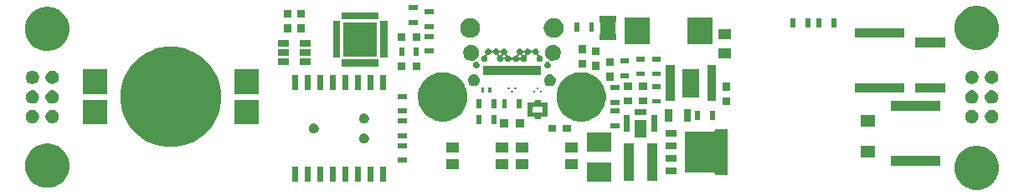
<source format=gbr>
G04 #@! TF.GenerationSoftware,KiCad,Pcbnew,(5.0.1)-rc2*
G04 #@! TF.CreationDate,2018-10-22T17:39:59-07:00*
G04 #@! TF.ProjectId,nixie_bottom_board,6E697869655F626F74746F6D5F626F61,rev?*
G04 #@! TF.SameCoordinates,Original*
G04 #@! TF.FileFunction,Soldermask,Top*
G04 #@! TF.FilePolarity,Negative*
%FSLAX46Y46*%
G04 Gerber Fmt 4.6, Leading zero omitted, Abs format (unit mm)*
G04 Created by KiCad (PCBNEW (5.0.1)-rc2) date 10/22/2018 5:39:59 PM*
%MOMM*%
%LPD*%
G01*
G04 APERTURE LIST*
%ADD10C,0.100000*%
G04 APERTURE END LIST*
D10*
G36*
X197656301Y-105036466D02*
X197726086Y-105065372D01*
X198065774Y-105206075D01*
X198134971Y-105252311D01*
X198434292Y-105452311D01*
X198747689Y-105765708D01*
X198804011Y-105850000D01*
X198993925Y-106134226D01*
X199021169Y-106200000D01*
X199163534Y-106543699D01*
X199192496Y-106689300D01*
X199231090Y-106883324D01*
X199250000Y-106978394D01*
X199250000Y-107421606D01*
X199163534Y-107856301D01*
X199111280Y-107982452D01*
X198993925Y-108265774D01*
X198911846Y-108388614D01*
X198747689Y-108634292D01*
X198434292Y-108947689D01*
X198348542Y-109004985D01*
X198065774Y-109193925D01*
X197930396Y-109250000D01*
X197656301Y-109363534D01*
X197221607Y-109450000D01*
X196778393Y-109450000D01*
X196343699Y-109363534D01*
X196069604Y-109250000D01*
X195934226Y-109193925D01*
X195651458Y-109004985D01*
X195565708Y-108947689D01*
X195252311Y-108634292D01*
X195088154Y-108388614D01*
X195006075Y-108265774D01*
X194888720Y-107982452D01*
X194836466Y-107856301D01*
X194750000Y-107421606D01*
X194750000Y-106978394D01*
X194768911Y-106883324D01*
X194807504Y-106689300D01*
X194836466Y-106543699D01*
X194978831Y-106200000D01*
X195006075Y-106134226D01*
X195195989Y-105850000D01*
X195252311Y-105765708D01*
X195565708Y-105452311D01*
X195865029Y-105252311D01*
X195934226Y-105206075D01*
X196273914Y-105065372D01*
X196343699Y-105036466D01*
X196778393Y-104950000D01*
X197221607Y-104950000D01*
X197656301Y-105036466D01*
X197656301Y-105036466D01*
G37*
G36*
X103438953Y-104793233D02*
X103656301Y-104836466D01*
X103726086Y-104865372D01*
X104065774Y-105006075D01*
X104065775Y-105006076D01*
X104434292Y-105252311D01*
X104747689Y-105565708D01*
X104840751Y-105704985D01*
X104993925Y-105934226D01*
X105001301Y-105952034D01*
X105163534Y-106343699D01*
X105164787Y-106350000D01*
X105250000Y-106778393D01*
X105250000Y-107221607D01*
X105224461Y-107350000D01*
X105177791Y-107584628D01*
X105163534Y-107656300D01*
X104993925Y-108065774D01*
X104993924Y-108065775D01*
X104747689Y-108434292D01*
X104434292Y-108747689D01*
X104256215Y-108866676D01*
X104065774Y-108993925D01*
X103825910Y-109093280D01*
X103656301Y-109163534D01*
X103447912Y-109204985D01*
X103221607Y-109250000D01*
X102778393Y-109250000D01*
X102552088Y-109204985D01*
X102343699Y-109163534D01*
X102174090Y-109093280D01*
X101934226Y-108993925D01*
X101743785Y-108866676D01*
X101565708Y-108747689D01*
X101252311Y-108434292D01*
X101006076Y-108065775D01*
X101006075Y-108065774D01*
X100836466Y-107656300D01*
X100822210Y-107584628D01*
X100775539Y-107350000D01*
X100750000Y-107221607D01*
X100750000Y-106778393D01*
X100835213Y-106350000D01*
X100836466Y-106343699D01*
X100998699Y-105952034D01*
X101006075Y-105934226D01*
X101159249Y-105704985D01*
X101252311Y-105565708D01*
X101565708Y-105252311D01*
X101934225Y-105006076D01*
X101934226Y-105006075D01*
X102273914Y-104865372D01*
X102343699Y-104836466D01*
X102561047Y-104793233D01*
X102778393Y-104750000D01*
X103221607Y-104750000D01*
X103438953Y-104793233D01*
X103438953Y-104793233D01*
G37*
G36*
X133435000Y-108600000D02*
X132835000Y-108600000D01*
X132835000Y-107100000D01*
X133435000Y-107100000D01*
X133435000Y-108600000D01*
X133435000Y-108600000D01*
G37*
G36*
X160050000Y-108600000D02*
X157550000Y-108600000D01*
X157550000Y-106650000D01*
X160050000Y-106650000D01*
X160050000Y-108600000D01*
X160050000Y-108600000D01*
G37*
G36*
X134705000Y-108600000D02*
X134105000Y-108600000D01*
X134105000Y-107100000D01*
X134705000Y-107100000D01*
X134705000Y-108600000D01*
X134705000Y-108600000D01*
G37*
G36*
X132165000Y-108600000D02*
X131565000Y-108600000D01*
X131565000Y-107100000D01*
X132165000Y-107100000D01*
X132165000Y-108600000D01*
X132165000Y-108600000D01*
G37*
G36*
X130895000Y-108600000D02*
X130295000Y-108600000D01*
X130295000Y-107100000D01*
X130895000Y-107100000D01*
X130895000Y-108600000D01*
X130895000Y-108600000D01*
G37*
G36*
X128355000Y-108600000D02*
X127755000Y-108600000D01*
X127755000Y-107100000D01*
X128355000Y-107100000D01*
X128355000Y-108600000D01*
X128355000Y-108600000D01*
G37*
G36*
X137245000Y-108600000D02*
X136645000Y-108600000D01*
X136645000Y-107100000D01*
X137245000Y-107100000D01*
X137245000Y-108600000D01*
X137245000Y-108600000D01*
G37*
G36*
X135975000Y-108600000D02*
X135375000Y-108600000D01*
X135375000Y-107100000D01*
X135975000Y-107100000D01*
X135975000Y-108600000D01*
X135975000Y-108600000D01*
G37*
G36*
X129625000Y-108600000D02*
X129025000Y-108600000D01*
X129025000Y-107100000D01*
X129625000Y-107100000D01*
X129625000Y-108600000D01*
X129625000Y-108600000D01*
G37*
G36*
X162300000Y-108500000D02*
X161300000Y-108500000D01*
X161300000Y-104700000D01*
X162300000Y-104700000D01*
X162300000Y-108500000D01*
X162300000Y-108500000D01*
G37*
G36*
X164700000Y-108500000D02*
X163700000Y-108500000D01*
X163700000Y-104700000D01*
X164700000Y-104700000D01*
X164700000Y-108500000D01*
X164700000Y-108500000D01*
G37*
G36*
X171850000Y-107950000D02*
X170550000Y-107950000D01*
X170550000Y-107825000D01*
X170547598Y-107800614D01*
X170540485Y-107777165D01*
X170528934Y-107755554D01*
X170513388Y-107736612D01*
X170494446Y-107721066D01*
X170472835Y-107709515D01*
X170449386Y-107702402D01*
X170425000Y-107700000D01*
X167485000Y-107700000D01*
X167485000Y-103500000D01*
X170425000Y-103500000D01*
X170449386Y-103497598D01*
X170472835Y-103490485D01*
X170494446Y-103478934D01*
X170513388Y-103463388D01*
X170528934Y-103444446D01*
X170540485Y-103422835D01*
X170547598Y-103399386D01*
X170550000Y-103375000D01*
X170550000Y-103250000D01*
X171850000Y-103250000D01*
X171850000Y-107950000D01*
X171850000Y-107950000D01*
G37*
G36*
X166675000Y-107860000D02*
X165525000Y-107860000D01*
X165525000Y-107160000D01*
X166675000Y-107160000D01*
X166675000Y-107860000D01*
X166675000Y-107860000D01*
G37*
G36*
X149650000Y-107350000D02*
X148350000Y-107350000D01*
X148350000Y-106350000D01*
X149650000Y-106350000D01*
X149650000Y-107350000D01*
X149650000Y-107350000D01*
G37*
G36*
X151650000Y-107350000D02*
X150350000Y-107350000D01*
X150350000Y-106350000D01*
X151650000Y-106350000D01*
X151650000Y-107350000D01*
X151650000Y-107350000D01*
G37*
G36*
X144650000Y-107350000D02*
X143350000Y-107350000D01*
X143350000Y-106350000D01*
X144650000Y-106350000D01*
X144650000Y-107350000D01*
X144650000Y-107350000D01*
G37*
G36*
X156650000Y-107350000D02*
X155350000Y-107350000D01*
X155350000Y-106350000D01*
X156650000Y-106350000D01*
X156650000Y-107350000D01*
X156650000Y-107350000D01*
G37*
G36*
X193300000Y-107000000D02*
X188300000Y-107000000D01*
X188300000Y-106000000D01*
X193300000Y-106000000D01*
X193300000Y-107000000D01*
X193300000Y-107000000D01*
G37*
G36*
X139350000Y-106700000D02*
X138450000Y-106700000D01*
X138450000Y-106200000D01*
X139350000Y-106200000D01*
X139350000Y-106700000D01*
X139350000Y-106700000D01*
G37*
G36*
X166675000Y-106590000D02*
X165525000Y-106590000D01*
X165525000Y-105890000D01*
X166675000Y-105890000D01*
X166675000Y-106590000D01*
X166675000Y-106590000D01*
G37*
G36*
X186700000Y-106150000D02*
X185300000Y-106150000D01*
X185300000Y-104950000D01*
X186700000Y-104950000D01*
X186700000Y-106150000D01*
X186700000Y-106150000D01*
G37*
G36*
X156650000Y-105650000D02*
X155350000Y-105650000D01*
X155350000Y-104650000D01*
X156650000Y-104650000D01*
X156650000Y-105650000D01*
X156650000Y-105650000D01*
G37*
G36*
X149650000Y-105650000D02*
X148350000Y-105650000D01*
X148350000Y-104650000D01*
X149650000Y-104650000D01*
X149650000Y-105650000D01*
X149650000Y-105650000D01*
G37*
G36*
X144650000Y-105640000D02*
X143350000Y-105640000D01*
X143350000Y-104640000D01*
X144650000Y-104640000D01*
X144650000Y-105640000D01*
X144650000Y-105640000D01*
G37*
G36*
X151650000Y-105640000D02*
X150350000Y-105640000D01*
X150350000Y-104640000D01*
X151650000Y-104640000D01*
X151650000Y-105640000D01*
X151650000Y-105640000D01*
G37*
G36*
X160050000Y-105550000D02*
X157550000Y-105550000D01*
X157550000Y-103600000D01*
X160050000Y-103600000D01*
X160050000Y-105550000D01*
X160050000Y-105550000D01*
G37*
G36*
X166675000Y-105310000D02*
X165525000Y-105310000D01*
X165525000Y-104610000D01*
X166675000Y-104610000D01*
X166675000Y-105310000D01*
X166675000Y-105310000D01*
G37*
G36*
X139350000Y-105200000D02*
X138450000Y-105200000D01*
X138450000Y-104700000D01*
X139350000Y-104700000D01*
X139350000Y-105200000D01*
X139350000Y-105200000D01*
G37*
G36*
X116987614Y-95095989D02*
X117451577Y-95288169D01*
X117915756Y-95480438D01*
X118520307Y-95884386D01*
X118751064Y-96038573D01*
X119461427Y-96748936D01*
X119461429Y-96748939D01*
X120019562Y-97584244D01*
X120150352Y-97900000D01*
X120404011Y-98512386D01*
X120600000Y-99497692D01*
X120600000Y-100502308D01*
X120404011Y-101487614D01*
X120215850Y-101941874D01*
X120019562Y-102415756D01*
X119788829Y-102761072D01*
X119461427Y-103251064D01*
X118751064Y-103961427D01*
X118751061Y-103961429D01*
X117915756Y-104519562D01*
X117600850Y-104650000D01*
X116987614Y-104904011D01*
X116002308Y-105100000D01*
X114997692Y-105100000D01*
X114012386Y-104904011D01*
X113399150Y-104650000D01*
X113084244Y-104519562D01*
X112248939Y-103961429D01*
X112248936Y-103961427D01*
X111538573Y-103251064D01*
X111211171Y-102761072D01*
X110980438Y-102415756D01*
X110784150Y-101941874D01*
X110595989Y-101487614D01*
X110400000Y-100502308D01*
X110400000Y-99497692D01*
X110595989Y-98512386D01*
X110849648Y-97900000D01*
X110980438Y-97584244D01*
X111538571Y-96748939D01*
X111538573Y-96748936D01*
X112248936Y-96038573D01*
X112479693Y-95884386D01*
X113084244Y-95480438D01*
X113548423Y-95288169D01*
X114012386Y-95095989D01*
X114997692Y-94900000D01*
X116002308Y-94900000D01*
X116987614Y-95095989D01*
X116987614Y-95095989D01*
G37*
G36*
X135112706Y-103725459D02*
X135184474Y-103739734D01*
X135274613Y-103777070D01*
X135355736Y-103831275D01*
X135424725Y-103900264D01*
X135478930Y-103981387D01*
X135516266Y-104071526D01*
X135535300Y-104167217D01*
X135535300Y-104264783D01*
X135516266Y-104360474D01*
X135478930Y-104450613D01*
X135424725Y-104531736D01*
X135355736Y-104600725D01*
X135274613Y-104654930D01*
X135184474Y-104692266D01*
X135112706Y-104706541D01*
X135088784Y-104711300D01*
X134991216Y-104711300D01*
X134967294Y-104706541D01*
X134895526Y-104692266D01*
X134805387Y-104654930D01*
X134724264Y-104600725D01*
X134655275Y-104531736D01*
X134601070Y-104450613D01*
X134563734Y-104360474D01*
X134544700Y-104264783D01*
X134544700Y-104167217D01*
X134563734Y-104071526D01*
X134601070Y-103981387D01*
X134655275Y-103900264D01*
X134724264Y-103831275D01*
X134805387Y-103777070D01*
X134895526Y-103739734D01*
X134967294Y-103725459D01*
X134991216Y-103720700D01*
X135088784Y-103720700D01*
X135112706Y-103725459D01*
X135112706Y-103725459D01*
G37*
G36*
X139350000Y-104200000D02*
X138450000Y-104200000D01*
X138450000Y-103700000D01*
X139350000Y-103700000D01*
X139350000Y-104200000D01*
X139350000Y-104200000D01*
G37*
G36*
X163625000Y-104150000D02*
X162375000Y-104150000D01*
X162375000Y-102350000D01*
X163625000Y-102350000D01*
X163625000Y-104150000D01*
X163625000Y-104150000D01*
G37*
G36*
X166675000Y-104040000D02*
X165525000Y-104040000D01*
X165525000Y-103340000D01*
X166675000Y-103340000D01*
X166675000Y-104040000D01*
X166675000Y-104040000D01*
G37*
G36*
X130032706Y-102709458D02*
X130104474Y-102723734D01*
X130194613Y-102761070D01*
X130275736Y-102815275D01*
X130344725Y-102884264D01*
X130398930Y-102965387D01*
X130436266Y-103055526D01*
X130455300Y-103151217D01*
X130455300Y-103248783D01*
X130436266Y-103344474D01*
X130398930Y-103434613D01*
X130344725Y-103515736D01*
X130275736Y-103584725D01*
X130194613Y-103638930D01*
X130104474Y-103676266D01*
X130032706Y-103690542D01*
X130008784Y-103695300D01*
X129911216Y-103695300D01*
X129887294Y-103690541D01*
X129815526Y-103676266D01*
X129725387Y-103638930D01*
X129644264Y-103584725D01*
X129575275Y-103515736D01*
X129521070Y-103434613D01*
X129483734Y-103344474D01*
X129464700Y-103248783D01*
X129464700Y-103151217D01*
X129483734Y-103055526D01*
X129521070Y-102965387D01*
X129575275Y-102884264D01*
X129644264Y-102815275D01*
X129725387Y-102761070D01*
X129815526Y-102723734D01*
X129887294Y-102709459D01*
X129911216Y-102704700D01*
X130008784Y-102704700D01*
X130032706Y-102709458D01*
X130032706Y-102709458D01*
G37*
G36*
X164700000Y-103575000D02*
X164100000Y-103575000D01*
X164100000Y-101825000D01*
X164700000Y-101825000D01*
X164700000Y-103575000D01*
X164700000Y-103575000D01*
G37*
G36*
X155950000Y-103575000D02*
X155150000Y-103575000D01*
X155150000Y-102825000D01*
X155950000Y-102825000D01*
X155950000Y-103575000D01*
X155950000Y-103575000D01*
G37*
G36*
X154450000Y-103575000D02*
X153650000Y-103575000D01*
X153650000Y-102825000D01*
X154450000Y-102825000D01*
X154450000Y-103575000D01*
X154450000Y-103575000D01*
G37*
G36*
X161900000Y-103575000D02*
X161300000Y-103575000D01*
X161300000Y-101825000D01*
X161900000Y-101825000D01*
X161900000Y-103575000D01*
X161900000Y-103575000D01*
G37*
G36*
X160850000Y-103200000D02*
X159950000Y-103200000D01*
X159950000Y-102700000D01*
X160850000Y-102700000D01*
X160850000Y-103200000D01*
X160850000Y-103200000D01*
G37*
G36*
X151200000Y-103100000D02*
X150400000Y-103100000D01*
X150400000Y-102300000D01*
X151200000Y-102300000D01*
X151200000Y-103100000D01*
X151200000Y-103100000D01*
G37*
G36*
X149600000Y-103100000D02*
X148800000Y-103100000D01*
X148800000Y-102300000D01*
X149600000Y-102300000D01*
X149600000Y-103100000D01*
X149600000Y-103100000D01*
G37*
G36*
X186700000Y-103050000D02*
X185300000Y-103050000D01*
X185300000Y-101850000D01*
X186700000Y-101850000D01*
X186700000Y-103050000D01*
X186700000Y-103050000D01*
G37*
G36*
X124400000Y-102800000D02*
X121900000Y-102800000D01*
X121900000Y-100300000D01*
X124400000Y-100300000D01*
X124400000Y-102800000D01*
X124400000Y-102800000D01*
G37*
G36*
X109100000Y-102800000D02*
X106600000Y-102800000D01*
X106600000Y-100300000D01*
X109100000Y-100300000D01*
X109100000Y-102800000D01*
X109100000Y-102800000D01*
G37*
G36*
X146900000Y-102750000D02*
X146400000Y-102750000D01*
X146400000Y-101850000D01*
X146900000Y-101850000D01*
X146900000Y-102750000D01*
X146900000Y-102750000D01*
G37*
G36*
X148400000Y-102750000D02*
X147900000Y-102750000D01*
X147900000Y-101850000D01*
X148400000Y-101850000D01*
X148400000Y-102750000D01*
X148400000Y-102750000D01*
G37*
G36*
X139350000Y-102700000D02*
X138450000Y-102700000D01*
X138450000Y-102200000D01*
X139350000Y-102200000D01*
X139350000Y-102700000D01*
X139350000Y-102700000D01*
G37*
G36*
X135112706Y-101693458D02*
X135184474Y-101707734D01*
X135274613Y-101745070D01*
X135355736Y-101799275D01*
X135424725Y-101868264D01*
X135478930Y-101949387D01*
X135516266Y-102039526D01*
X135523322Y-102075000D01*
X135534725Y-102132323D01*
X135535300Y-102135217D01*
X135535300Y-102232783D01*
X135516266Y-102328474D01*
X135478930Y-102418613D01*
X135424725Y-102499736D01*
X135355736Y-102568725D01*
X135274613Y-102622930D01*
X135184474Y-102660266D01*
X135112706Y-102674542D01*
X135088784Y-102679300D01*
X134991216Y-102679300D01*
X134967294Y-102674542D01*
X134895526Y-102660266D01*
X134805387Y-102622930D01*
X134724264Y-102568725D01*
X134655275Y-102499736D01*
X134601070Y-102418613D01*
X134563734Y-102328474D01*
X134544700Y-102232783D01*
X134544700Y-102135217D01*
X134545276Y-102132323D01*
X134556678Y-102075000D01*
X134563734Y-102039526D01*
X134601070Y-101949387D01*
X134655275Y-101868264D01*
X134724264Y-101799275D01*
X134805387Y-101745070D01*
X134895526Y-101707734D01*
X134967294Y-101693459D01*
X134991216Y-101688700D01*
X135088784Y-101688700D01*
X135112706Y-101693458D01*
X135112706Y-101693458D01*
G37*
G36*
X101632323Y-101334767D02*
X101759561Y-101373364D01*
X101876824Y-101436042D01*
X101979606Y-101520394D01*
X102063958Y-101623176D01*
X102126636Y-101740439D01*
X102165233Y-101867677D01*
X102178266Y-102000000D01*
X102165233Y-102132323D01*
X102126636Y-102259561D01*
X102063958Y-102376824D01*
X101979606Y-102479606D01*
X101876824Y-102563958D01*
X101759561Y-102626636D01*
X101632323Y-102665233D01*
X101533159Y-102675000D01*
X101466841Y-102675000D01*
X101367677Y-102665233D01*
X101240439Y-102626636D01*
X101123176Y-102563958D01*
X101020394Y-102479606D01*
X100936042Y-102376824D01*
X100873364Y-102259561D01*
X100834767Y-102132323D01*
X100821734Y-102000000D01*
X100834767Y-101867677D01*
X100873364Y-101740439D01*
X100936042Y-101623176D01*
X101020394Y-101520394D01*
X101123176Y-101436042D01*
X101240439Y-101373364D01*
X101367677Y-101334767D01*
X101466841Y-101325000D01*
X101533159Y-101325000D01*
X101632323Y-101334767D01*
X101632323Y-101334767D01*
G37*
G36*
X103632323Y-101334767D02*
X103759561Y-101373364D01*
X103876824Y-101436042D01*
X103979606Y-101520394D01*
X104063958Y-101623176D01*
X104126636Y-101740439D01*
X104165233Y-101867677D01*
X104178266Y-102000000D01*
X104165233Y-102132323D01*
X104126636Y-102259561D01*
X104063958Y-102376824D01*
X103979606Y-102479606D01*
X103876824Y-102563958D01*
X103759561Y-102626636D01*
X103632323Y-102665233D01*
X103533159Y-102675000D01*
X103466841Y-102675000D01*
X103367677Y-102665233D01*
X103240439Y-102626636D01*
X103123176Y-102563958D01*
X103020394Y-102479606D01*
X102936042Y-102376824D01*
X102873364Y-102259561D01*
X102834767Y-102132323D01*
X102821734Y-102000000D01*
X102834767Y-101867677D01*
X102873364Y-101740439D01*
X102936042Y-101623176D01*
X103020394Y-101520394D01*
X103123176Y-101436042D01*
X103240439Y-101373364D01*
X103367677Y-101334767D01*
X103466841Y-101325000D01*
X103533159Y-101325000D01*
X103632323Y-101334767D01*
X103632323Y-101334767D01*
G37*
G36*
X198632323Y-101334767D02*
X198759561Y-101373364D01*
X198876824Y-101436042D01*
X198979606Y-101520394D01*
X199063958Y-101623176D01*
X199126636Y-101740439D01*
X199165233Y-101867677D01*
X199178266Y-102000000D01*
X199165233Y-102132323D01*
X199126636Y-102259561D01*
X199063958Y-102376824D01*
X198979606Y-102479606D01*
X198876824Y-102563958D01*
X198759561Y-102626636D01*
X198632323Y-102665233D01*
X198533159Y-102675000D01*
X198466841Y-102675000D01*
X198367677Y-102665233D01*
X198240439Y-102626636D01*
X198123176Y-102563958D01*
X198020394Y-102479606D01*
X197936042Y-102376824D01*
X197873364Y-102259561D01*
X197834767Y-102132323D01*
X197821734Y-102000000D01*
X197834767Y-101867677D01*
X197873364Y-101740439D01*
X197936042Y-101623176D01*
X198020394Y-101520394D01*
X198123176Y-101436042D01*
X198240439Y-101373364D01*
X198367677Y-101334767D01*
X198466841Y-101325000D01*
X198533159Y-101325000D01*
X198632323Y-101334767D01*
X198632323Y-101334767D01*
G37*
G36*
X196632323Y-101334767D02*
X196759561Y-101373364D01*
X196876824Y-101436042D01*
X196979606Y-101520394D01*
X197063958Y-101623176D01*
X197126636Y-101740439D01*
X197165233Y-101867677D01*
X197178266Y-102000000D01*
X197165233Y-102132323D01*
X197126636Y-102259561D01*
X197063958Y-102376824D01*
X196979606Y-102479606D01*
X196876824Y-102563958D01*
X196759561Y-102626636D01*
X196632323Y-102665233D01*
X196533159Y-102675000D01*
X196466841Y-102675000D01*
X196367677Y-102665233D01*
X196240439Y-102626636D01*
X196123176Y-102563958D01*
X196020394Y-102479606D01*
X195936042Y-102376824D01*
X195873364Y-102259561D01*
X195834767Y-102132323D01*
X195821734Y-102000000D01*
X195834767Y-101867677D01*
X195873364Y-101740439D01*
X195936042Y-101623176D01*
X196020394Y-101520394D01*
X196123176Y-101436042D01*
X196240439Y-101373364D01*
X196367677Y-101334767D01*
X196466841Y-101325000D01*
X196533159Y-101325000D01*
X196632323Y-101334767D01*
X196632323Y-101334767D01*
G37*
G36*
X168100000Y-102550000D02*
X167400000Y-102550000D01*
X167400000Y-101250000D01*
X168100000Y-101250000D01*
X168100000Y-102550000D01*
X168100000Y-102550000D01*
G37*
G36*
X166200000Y-102550000D02*
X165500000Y-102550000D01*
X165500000Y-101250000D01*
X166200000Y-101250000D01*
X166200000Y-102550000D01*
X166200000Y-102550000D01*
G37*
G36*
X157568225Y-97564049D02*
X157729223Y-97596074D01*
X157917677Y-97674134D01*
X158184193Y-97784528D01*
X158593660Y-98058126D01*
X158941874Y-98406340D01*
X159215472Y-98815807D01*
X159262424Y-98929160D01*
X159395066Y-99249386D01*
X159403926Y-99270778D01*
X159500000Y-99753770D01*
X159500000Y-100246230D01*
X159469413Y-100400000D01*
X159403926Y-100729223D01*
X159325866Y-100917677D01*
X159215472Y-101184193D01*
X158941874Y-101593660D01*
X158593660Y-101941874D01*
X158184193Y-102215472D01*
X157980123Y-102300000D01*
X157729223Y-102403926D01*
X157568225Y-102435951D01*
X157246230Y-102500000D01*
X156753770Y-102500000D01*
X156431775Y-102435951D01*
X156270777Y-102403926D01*
X156019877Y-102300000D01*
X155815807Y-102215472D01*
X155406340Y-101941874D01*
X155058126Y-101593660D01*
X154784528Y-101184193D01*
X154674134Y-100917677D01*
X154596074Y-100729223D01*
X154530587Y-100400000D01*
X154500000Y-100246230D01*
X154500000Y-99753770D01*
X154596074Y-99270778D01*
X154604935Y-99249386D01*
X154737576Y-98929160D01*
X154784528Y-98815807D01*
X155058126Y-98406340D01*
X155406340Y-98058126D01*
X155815807Y-97784528D01*
X156082323Y-97674134D01*
X156270777Y-97596074D01*
X156431775Y-97564049D01*
X156753770Y-97500000D01*
X157246230Y-97500000D01*
X157568225Y-97564049D01*
X157568225Y-97564049D01*
G37*
G36*
X143568225Y-97564049D02*
X143729223Y-97596074D01*
X143917677Y-97674134D01*
X144184193Y-97784528D01*
X144593660Y-98058126D01*
X144941874Y-98406340D01*
X145215472Y-98815807D01*
X145262424Y-98929160D01*
X145395066Y-99249386D01*
X145403926Y-99270778D01*
X145500000Y-99753770D01*
X145500000Y-100246230D01*
X145469413Y-100400000D01*
X145403926Y-100729223D01*
X145325866Y-100917677D01*
X145215472Y-101184193D01*
X144941874Y-101593660D01*
X144593660Y-101941874D01*
X144184193Y-102215472D01*
X143980123Y-102300000D01*
X143729223Y-102403926D01*
X143568225Y-102435951D01*
X143246230Y-102500000D01*
X142753770Y-102500000D01*
X142431775Y-102435951D01*
X142270777Y-102403926D01*
X142019877Y-102300000D01*
X141815807Y-102215472D01*
X141406340Y-101941874D01*
X141058126Y-101593660D01*
X140784528Y-101184193D01*
X140674134Y-100917677D01*
X140596074Y-100729223D01*
X140530587Y-100400000D01*
X140500000Y-100246230D01*
X140500000Y-99753770D01*
X140596074Y-99270778D01*
X140604935Y-99249386D01*
X140737576Y-98929160D01*
X140784528Y-98815807D01*
X141058126Y-98406340D01*
X141406340Y-98058126D01*
X141815807Y-97784528D01*
X142082323Y-97674134D01*
X142270777Y-97596074D01*
X142431775Y-97564049D01*
X142753770Y-97500000D01*
X143246230Y-97500000D01*
X143568225Y-97564049D01*
X143568225Y-97564049D01*
G37*
G36*
X170500000Y-102350000D02*
X170000000Y-102350000D01*
X170000000Y-101450000D01*
X170500000Y-101450000D01*
X170500000Y-102350000D01*
X170500000Y-102350000D01*
G37*
G36*
X169000000Y-102350000D02*
X168500000Y-102350000D01*
X168500000Y-101450000D01*
X169000000Y-101450000D01*
X169000000Y-102350000D01*
X169000000Y-102350000D01*
G37*
G36*
X152900000Y-100475000D02*
X152902402Y-100499386D01*
X152909515Y-100522835D01*
X152921066Y-100544446D01*
X152936612Y-100563388D01*
X152955554Y-100578934D01*
X152977165Y-100590485D01*
X153000614Y-100597598D01*
X153025000Y-100600000D01*
X153600000Y-100600000D01*
X153600000Y-102000000D01*
X153025000Y-102000000D01*
X153000614Y-102002402D01*
X152977165Y-102009515D01*
X152955554Y-102021066D01*
X152936612Y-102036612D01*
X152921066Y-102055554D01*
X152909515Y-102077165D01*
X152902402Y-102100614D01*
X152900000Y-102125000D01*
X152900000Y-102300000D01*
X152300000Y-102300000D01*
X152300000Y-102125000D01*
X152297598Y-102100614D01*
X152290485Y-102077165D01*
X152278934Y-102055554D01*
X152263388Y-102036612D01*
X152244446Y-102021066D01*
X152222835Y-102009515D01*
X152199386Y-102002402D01*
X152175000Y-102000000D01*
X151600000Y-102000000D01*
X151600000Y-101125000D01*
X152100000Y-101125000D01*
X152100000Y-101475000D01*
X152102402Y-101499386D01*
X152109515Y-101522835D01*
X152121066Y-101544446D01*
X152136612Y-101563388D01*
X152155554Y-101578934D01*
X152177165Y-101590485D01*
X152200614Y-101597598D01*
X152225000Y-101600000D01*
X152975000Y-101600000D01*
X152999386Y-101597598D01*
X153022835Y-101590485D01*
X153044446Y-101578934D01*
X153063388Y-101563388D01*
X153078934Y-101544446D01*
X153090485Y-101522835D01*
X153097598Y-101499386D01*
X153100000Y-101475000D01*
X153100000Y-101125000D01*
X153097598Y-101100614D01*
X153090485Y-101077165D01*
X153078934Y-101055554D01*
X153063388Y-101036612D01*
X153044446Y-101021066D01*
X153022835Y-101009515D01*
X152999386Y-101002402D01*
X152975000Y-101000000D01*
X152225000Y-101000000D01*
X152200614Y-101002402D01*
X152177165Y-101009515D01*
X152155554Y-101021066D01*
X152136612Y-101036612D01*
X152121066Y-101055554D01*
X152109515Y-101077165D01*
X152102402Y-101100614D01*
X152100000Y-101125000D01*
X151600000Y-101125000D01*
X151600000Y-100600000D01*
X152175000Y-100600000D01*
X152199386Y-100597598D01*
X152222835Y-100590485D01*
X152244446Y-100578934D01*
X152263388Y-100563388D01*
X152278934Y-100544446D01*
X152290485Y-100522835D01*
X152297598Y-100499386D01*
X152300000Y-100475000D01*
X152300000Y-100300000D01*
X152900000Y-100300000D01*
X152900000Y-100475000D01*
X152900000Y-100475000D01*
G37*
G36*
X163625000Y-101850000D02*
X162375000Y-101850000D01*
X162375000Y-101250000D01*
X163625000Y-101250000D01*
X163625000Y-101850000D01*
X163625000Y-101850000D01*
G37*
G36*
X139350000Y-101700000D02*
X138450000Y-101700000D01*
X138450000Y-101200000D01*
X139350000Y-101200000D01*
X139350000Y-101700000D01*
X139350000Y-101700000D01*
G37*
G36*
X160850000Y-101700000D02*
X159950000Y-101700000D01*
X159950000Y-101200000D01*
X160850000Y-101200000D01*
X160850000Y-101700000D01*
X160850000Y-101700000D01*
G37*
G36*
X193300000Y-101400000D02*
X188300000Y-101400000D01*
X188300000Y-100400000D01*
X193300000Y-100400000D01*
X193300000Y-101400000D01*
X193300000Y-101400000D01*
G37*
G36*
X149500000Y-101150000D02*
X149000000Y-101150000D01*
X149000000Y-100250000D01*
X149500000Y-100250000D01*
X149500000Y-101150000D01*
X149500000Y-101150000D01*
G37*
G36*
X146900000Y-101150000D02*
X146400000Y-101150000D01*
X146400000Y-100250000D01*
X146900000Y-100250000D01*
X146900000Y-101150000D01*
X146900000Y-101150000D01*
G37*
G36*
X148400000Y-101150000D02*
X147900000Y-101150000D01*
X147900000Y-100250000D01*
X148400000Y-100250000D01*
X148400000Y-101150000D01*
X148400000Y-101150000D01*
G37*
G36*
X151000000Y-101150000D02*
X150500000Y-101150000D01*
X150500000Y-100250000D01*
X151000000Y-100250000D01*
X151000000Y-101150000D01*
X151000000Y-101150000D01*
G37*
G36*
X172075000Y-100850000D02*
X171325000Y-100850000D01*
X171325000Y-100050000D01*
X172075000Y-100050000D01*
X172075000Y-100850000D01*
X172075000Y-100850000D01*
G37*
G36*
X160850000Y-100800000D02*
X159950000Y-100800000D01*
X159950000Y-100300000D01*
X160850000Y-100300000D01*
X160850000Y-100800000D01*
X160850000Y-100800000D01*
G37*
G36*
X162150000Y-100775000D02*
X161350000Y-100775000D01*
X161350000Y-100025000D01*
X162150000Y-100025000D01*
X162150000Y-100775000D01*
X162150000Y-100775000D01*
G37*
G36*
X163650000Y-100775000D02*
X162850000Y-100775000D01*
X162850000Y-100025000D01*
X163650000Y-100025000D01*
X163650000Y-100775000D01*
X163650000Y-100775000D01*
G37*
G36*
X165050000Y-100700000D02*
X164150000Y-100700000D01*
X164150000Y-100200000D01*
X165050000Y-100200000D01*
X165050000Y-100700000D01*
X165050000Y-100700000D01*
G37*
G36*
X101632323Y-99334767D02*
X101759561Y-99373364D01*
X101876824Y-99436042D01*
X101979606Y-99520394D01*
X102063958Y-99623176D01*
X102126636Y-99740439D01*
X102165233Y-99867677D01*
X102178266Y-100000000D01*
X102165233Y-100132323D01*
X102126636Y-100259561D01*
X102063958Y-100376824D01*
X101979606Y-100479606D01*
X101876824Y-100563958D01*
X101759561Y-100626636D01*
X101632323Y-100665233D01*
X101533159Y-100675000D01*
X101466841Y-100675000D01*
X101367677Y-100665233D01*
X101240439Y-100626636D01*
X101123176Y-100563958D01*
X101020394Y-100479606D01*
X100936042Y-100376824D01*
X100873364Y-100259561D01*
X100834767Y-100132323D01*
X100821734Y-100000000D01*
X100834767Y-99867677D01*
X100873364Y-99740439D01*
X100936042Y-99623176D01*
X101020394Y-99520394D01*
X101123176Y-99436042D01*
X101240439Y-99373364D01*
X101367677Y-99334767D01*
X101466841Y-99325000D01*
X101533159Y-99325000D01*
X101632323Y-99334767D01*
X101632323Y-99334767D01*
G37*
G36*
X196632323Y-99334767D02*
X196759561Y-99373364D01*
X196876824Y-99436042D01*
X196979606Y-99520394D01*
X197063958Y-99623176D01*
X197126636Y-99740439D01*
X197165233Y-99867677D01*
X197178266Y-100000000D01*
X197165233Y-100132323D01*
X197126636Y-100259561D01*
X197063958Y-100376824D01*
X196979606Y-100479606D01*
X196876824Y-100563958D01*
X196759561Y-100626636D01*
X196632323Y-100665233D01*
X196533159Y-100675000D01*
X196466841Y-100675000D01*
X196367677Y-100665233D01*
X196240439Y-100626636D01*
X196123176Y-100563958D01*
X196020394Y-100479606D01*
X195936042Y-100376824D01*
X195873364Y-100259561D01*
X195834767Y-100132323D01*
X195821734Y-100000000D01*
X195834767Y-99867677D01*
X195873364Y-99740439D01*
X195936042Y-99623176D01*
X196020394Y-99520394D01*
X196123176Y-99436042D01*
X196240439Y-99373364D01*
X196367677Y-99334767D01*
X196466841Y-99325000D01*
X196533159Y-99325000D01*
X196632323Y-99334767D01*
X196632323Y-99334767D01*
G37*
G36*
X103632323Y-99334767D02*
X103759561Y-99373364D01*
X103876824Y-99436042D01*
X103979606Y-99520394D01*
X104063958Y-99623176D01*
X104126636Y-99740439D01*
X104165233Y-99867677D01*
X104178266Y-100000000D01*
X104165233Y-100132323D01*
X104126636Y-100259561D01*
X104063958Y-100376824D01*
X103979606Y-100479606D01*
X103876824Y-100563958D01*
X103759561Y-100626636D01*
X103632323Y-100665233D01*
X103533159Y-100675000D01*
X103466841Y-100675000D01*
X103367677Y-100665233D01*
X103240439Y-100626636D01*
X103123176Y-100563958D01*
X103020394Y-100479606D01*
X102936042Y-100376824D01*
X102873364Y-100259561D01*
X102834767Y-100132323D01*
X102821734Y-100000000D01*
X102834767Y-99867677D01*
X102873364Y-99740439D01*
X102936042Y-99623176D01*
X103020394Y-99520394D01*
X103123176Y-99436042D01*
X103240439Y-99373364D01*
X103367677Y-99334767D01*
X103466841Y-99325000D01*
X103533159Y-99325000D01*
X103632323Y-99334767D01*
X103632323Y-99334767D01*
G37*
G36*
X198632323Y-99334767D02*
X198759561Y-99373364D01*
X198876824Y-99436042D01*
X198979606Y-99520394D01*
X199063958Y-99623176D01*
X199126636Y-99740439D01*
X199165233Y-99867677D01*
X199178266Y-100000000D01*
X199165233Y-100132323D01*
X199126636Y-100259561D01*
X199063958Y-100376824D01*
X198979606Y-100479606D01*
X198876824Y-100563958D01*
X198759561Y-100626636D01*
X198632323Y-100665233D01*
X198533159Y-100675000D01*
X198466841Y-100675000D01*
X198367677Y-100665233D01*
X198240439Y-100626636D01*
X198123176Y-100563958D01*
X198020394Y-100479606D01*
X197936042Y-100376824D01*
X197873364Y-100259561D01*
X197834767Y-100132323D01*
X197821734Y-100000000D01*
X197834767Y-99867677D01*
X197873364Y-99740439D01*
X197936042Y-99623176D01*
X198020394Y-99520394D01*
X198123176Y-99436042D01*
X198240439Y-99373364D01*
X198367677Y-99334767D01*
X198466841Y-99325000D01*
X198533159Y-99325000D01*
X198632323Y-99334767D01*
X198632323Y-99334767D01*
G37*
G36*
X170650000Y-100435000D02*
X169760000Y-100435000D01*
X169760000Y-96765000D01*
X170650000Y-96765000D01*
X170650000Y-100435000D01*
X170650000Y-100435000D01*
G37*
G36*
X166440000Y-100435000D02*
X165550000Y-100435000D01*
X165550000Y-96765000D01*
X166440000Y-96765000D01*
X166440000Y-100435000D01*
X166440000Y-100435000D01*
G37*
G36*
X139350000Y-100200000D02*
X138450000Y-100200000D01*
X138450000Y-99700000D01*
X139350000Y-99700000D01*
X139350000Y-100200000D01*
X139350000Y-100200000D01*
G37*
G36*
X168925000Y-100025000D02*
X167275000Y-100025000D01*
X167275000Y-97175000D01*
X168925000Y-97175000D01*
X168925000Y-100025000D01*
X168925000Y-100025000D01*
G37*
G36*
X124400000Y-99700000D02*
X121900000Y-99700000D01*
X121900000Y-97200000D01*
X124400000Y-97200000D01*
X124400000Y-99700000D01*
X124400000Y-99700000D01*
G37*
G36*
X109100000Y-99700000D02*
X106600000Y-99700000D01*
X106600000Y-97200000D01*
X109100000Y-97200000D01*
X109100000Y-99700000D01*
X109100000Y-99700000D01*
G37*
G36*
X189700000Y-99600000D02*
X184700000Y-99600000D01*
X184700000Y-98600000D01*
X189700000Y-98600000D01*
X189700000Y-99600000D01*
X189700000Y-99600000D01*
G37*
G36*
X193800000Y-99600000D02*
X190800000Y-99600000D01*
X190800000Y-98600000D01*
X193800000Y-98600000D01*
X193800000Y-99600000D01*
X193800000Y-99600000D01*
G37*
G36*
X147900000Y-99575000D02*
X147600000Y-99575000D01*
X147600000Y-99025000D01*
X147900000Y-99025000D01*
X147900000Y-99575000D01*
X147900000Y-99575000D01*
G37*
G36*
X147200000Y-99575000D02*
X146900000Y-99575000D01*
X146900000Y-99025000D01*
X147200000Y-99025000D01*
X147200000Y-99575000D01*
X147200000Y-99575000D01*
G37*
G36*
X150102402Y-99350614D02*
X150100000Y-99375000D01*
X150100000Y-99550000D01*
X149900000Y-99550000D01*
X149900000Y-99375000D01*
X149897598Y-99350614D01*
X149897412Y-99350000D01*
X150102588Y-99350000D01*
X150102402Y-99350614D01*
X150102402Y-99350614D01*
G37*
G36*
X152362402Y-99350614D02*
X152360000Y-99375000D01*
X152360000Y-99550000D01*
X152160000Y-99550000D01*
X152160000Y-99350000D01*
X152362588Y-99350000D01*
X152362402Y-99350614D01*
X152362402Y-99350614D01*
G37*
G36*
X153040000Y-99550000D02*
X152840000Y-99550000D01*
X152840000Y-99375000D01*
X152837598Y-99350614D01*
X152837412Y-99350000D01*
X153040000Y-99350000D01*
X153040000Y-99550000D01*
X153040000Y-99550000D01*
G37*
G36*
X172075000Y-99350000D02*
X171325000Y-99350000D01*
X171325000Y-98550000D01*
X172075000Y-98550000D01*
X172075000Y-99350000D01*
X172075000Y-99350000D01*
G37*
G36*
X128355000Y-99300000D02*
X127755000Y-99300000D01*
X127755000Y-97800000D01*
X128355000Y-97800000D01*
X128355000Y-99300000D01*
X128355000Y-99300000D01*
G37*
G36*
X129625000Y-99300000D02*
X129025000Y-99300000D01*
X129025000Y-97800000D01*
X129625000Y-97800000D01*
X129625000Y-99300000D01*
X129625000Y-99300000D01*
G37*
G36*
X130895000Y-99300000D02*
X130295000Y-99300000D01*
X130295000Y-97800000D01*
X130895000Y-97800000D01*
X130895000Y-99300000D01*
X130895000Y-99300000D01*
G37*
G36*
X132165000Y-99300000D02*
X131565000Y-99300000D01*
X131565000Y-97800000D01*
X132165000Y-97800000D01*
X132165000Y-99300000D01*
X132165000Y-99300000D01*
G37*
G36*
X133435000Y-99300000D02*
X132835000Y-99300000D01*
X132835000Y-97800000D01*
X133435000Y-97800000D01*
X133435000Y-99300000D01*
X133435000Y-99300000D01*
G37*
G36*
X135975000Y-99300000D02*
X135375000Y-99300000D01*
X135375000Y-97800000D01*
X135975000Y-97800000D01*
X135975000Y-99300000D01*
X135975000Y-99300000D01*
G37*
G36*
X137245000Y-99300000D02*
X136645000Y-99300000D01*
X136645000Y-97800000D01*
X137245000Y-97800000D01*
X137245000Y-99300000D01*
X137245000Y-99300000D01*
G37*
G36*
X160850000Y-99300000D02*
X159950000Y-99300000D01*
X159950000Y-98800000D01*
X160850000Y-98800000D01*
X160850000Y-99300000D01*
X160850000Y-99300000D01*
G37*
G36*
X134705000Y-99300000D02*
X134105000Y-99300000D01*
X134105000Y-97800000D01*
X134705000Y-97800000D01*
X134705000Y-99300000D01*
X134705000Y-99300000D01*
G37*
G36*
X162150000Y-99275000D02*
X161350000Y-99275000D01*
X161350000Y-98525000D01*
X162150000Y-98525000D01*
X162150000Y-99275000D01*
X162150000Y-99275000D01*
G37*
G36*
X163650000Y-99275000D02*
X162850000Y-99275000D01*
X162850000Y-98525000D01*
X163650000Y-98525000D01*
X163650000Y-99275000D01*
X163650000Y-99275000D01*
G37*
G36*
X149760000Y-99225000D02*
X149762402Y-99249386D01*
X149762588Y-99250000D01*
X149560000Y-99250000D01*
X149560000Y-99050000D01*
X149760000Y-99050000D01*
X149760000Y-99225000D01*
X149760000Y-99225000D01*
G37*
G36*
X152700000Y-99225000D02*
X152702402Y-99249386D01*
X152702588Y-99250000D01*
X152497412Y-99250000D01*
X152497598Y-99249386D01*
X152500000Y-99225000D01*
X152500000Y-99050000D01*
X152700000Y-99050000D01*
X152700000Y-99225000D01*
X152700000Y-99225000D01*
G37*
G36*
X150440000Y-99250000D02*
X150237412Y-99250000D01*
X150237598Y-99249386D01*
X150240000Y-99225000D01*
X150240000Y-99050000D01*
X150440000Y-99050000D01*
X150440000Y-99250000D01*
X150440000Y-99250000D01*
G37*
G36*
X165050000Y-99200000D02*
X164150000Y-99200000D01*
X164150000Y-98700000D01*
X165050000Y-98700000D01*
X165050000Y-99200000D01*
X165050000Y-99200000D01*
G37*
G36*
X146330012Y-97733057D02*
X146439207Y-97778287D01*
X146537481Y-97843952D01*
X146621048Y-97927519D01*
X146686713Y-98025793D01*
X146731943Y-98134988D01*
X146755000Y-98250904D01*
X146755000Y-98369096D01*
X146731943Y-98485012D01*
X146686713Y-98594207D01*
X146621048Y-98692481D01*
X146537481Y-98776048D01*
X146439207Y-98841713D01*
X146330012Y-98886943D01*
X146214096Y-98910000D01*
X146095904Y-98910000D01*
X145979988Y-98886943D01*
X145870793Y-98841713D01*
X145772519Y-98776048D01*
X145688952Y-98692481D01*
X145623287Y-98594207D01*
X145578057Y-98485012D01*
X145555000Y-98369096D01*
X145555000Y-98250904D01*
X145578057Y-98134988D01*
X145623287Y-98025793D01*
X145688952Y-97927519D01*
X145772519Y-97843952D01*
X145870793Y-97778287D01*
X145979988Y-97733057D01*
X146095904Y-97710000D01*
X146214096Y-97710000D01*
X146330012Y-97733057D01*
X146330012Y-97733057D01*
G37*
G36*
X154020012Y-97733057D02*
X154129207Y-97778287D01*
X154227481Y-97843952D01*
X154311048Y-97927519D01*
X154376713Y-98025793D01*
X154421943Y-98134988D01*
X154445000Y-98250904D01*
X154445000Y-98369096D01*
X154421943Y-98485012D01*
X154376713Y-98594207D01*
X154311048Y-98692481D01*
X154227481Y-98776048D01*
X154129207Y-98841713D01*
X154020012Y-98886943D01*
X153904096Y-98910000D01*
X153785904Y-98910000D01*
X153669988Y-98886943D01*
X153560793Y-98841713D01*
X153462519Y-98776048D01*
X153378952Y-98692481D01*
X153313287Y-98594207D01*
X153268057Y-98485012D01*
X153245000Y-98369096D01*
X153245000Y-98250904D01*
X153268057Y-98134988D01*
X153313287Y-98025793D01*
X153378952Y-97927519D01*
X153462519Y-97843952D01*
X153560793Y-97778287D01*
X153669988Y-97733057D01*
X153785904Y-97710000D01*
X153904096Y-97710000D01*
X154020012Y-97733057D01*
X154020012Y-97733057D01*
G37*
G36*
X101696888Y-97350939D02*
X101819733Y-97401823D01*
X101930290Y-97475695D01*
X102024305Y-97569710D01*
X102098177Y-97680267D01*
X102149061Y-97803112D01*
X102175000Y-97933517D01*
X102175000Y-98066483D01*
X102149061Y-98196888D01*
X102098177Y-98319733D01*
X102024305Y-98430290D01*
X101930290Y-98524305D01*
X101819733Y-98598177D01*
X101696888Y-98649061D01*
X101566483Y-98675000D01*
X101433517Y-98675000D01*
X101303112Y-98649061D01*
X101180267Y-98598177D01*
X101069710Y-98524305D01*
X100975695Y-98430290D01*
X100901823Y-98319733D01*
X100850939Y-98196888D01*
X100825000Y-98066483D01*
X100825000Y-97933517D01*
X100850939Y-97803112D01*
X100901823Y-97680267D01*
X100975695Y-97569710D01*
X101069710Y-97475695D01*
X101180267Y-97401823D01*
X101303112Y-97350939D01*
X101433517Y-97325000D01*
X101566483Y-97325000D01*
X101696888Y-97350939D01*
X101696888Y-97350939D01*
G37*
G36*
X198632323Y-97334767D02*
X198759561Y-97373364D01*
X198876824Y-97436042D01*
X198979606Y-97520394D01*
X199063958Y-97623176D01*
X199126636Y-97740439D01*
X199165233Y-97867677D01*
X199178266Y-98000000D01*
X199165233Y-98132323D01*
X199126636Y-98259561D01*
X199063958Y-98376824D01*
X198979606Y-98479606D01*
X198876824Y-98563958D01*
X198759561Y-98626636D01*
X198632323Y-98665233D01*
X198533159Y-98675000D01*
X198466841Y-98675000D01*
X198367677Y-98665233D01*
X198240439Y-98626636D01*
X198123176Y-98563958D01*
X198020394Y-98479606D01*
X197936042Y-98376824D01*
X197873364Y-98259561D01*
X197834767Y-98132323D01*
X197821734Y-98000000D01*
X197834767Y-97867677D01*
X197873364Y-97740439D01*
X197936042Y-97623176D01*
X198020394Y-97520394D01*
X198123176Y-97436042D01*
X198240439Y-97373364D01*
X198367677Y-97334767D01*
X198466841Y-97325000D01*
X198533159Y-97325000D01*
X198632323Y-97334767D01*
X198632323Y-97334767D01*
G37*
G36*
X103632323Y-97334767D02*
X103759561Y-97373364D01*
X103876824Y-97436042D01*
X103979606Y-97520394D01*
X104063958Y-97623176D01*
X104126636Y-97740439D01*
X104165233Y-97867677D01*
X104178266Y-98000000D01*
X104165233Y-98132323D01*
X104126636Y-98259561D01*
X104063958Y-98376824D01*
X103979606Y-98479606D01*
X103876824Y-98563958D01*
X103759561Y-98626636D01*
X103632323Y-98665233D01*
X103533159Y-98675000D01*
X103466841Y-98675000D01*
X103367677Y-98665233D01*
X103240439Y-98626636D01*
X103123176Y-98563958D01*
X103020394Y-98479606D01*
X102936042Y-98376824D01*
X102873364Y-98259561D01*
X102834767Y-98132323D01*
X102821734Y-98000000D01*
X102834767Y-97867677D01*
X102873364Y-97740439D01*
X102936042Y-97623176D01*
X103020394Y-97520394D01*
X103123176Y-97436042D01*
X103240439Y-97373364D01*
X103367677Y-97334767D01*
X103466841Y-97325000D01*
X103533159Y-97325000D01*
X103632323Y-97334767D01*
X103632323Y-97334767D01*
G37*
G36*
X196696888Y-97350939D02*
X196819733Y-97401823D01*
X196930290Y-97475695D01*
X197024305Y-97569710D01*
X197098177Y-97680267D01*
X197149061Y-97803112D01*
X197175000Y-97933517D01*
X197175000Y-98066483D01*
X197149061Y-98196888D01*
X197098177Y-98319733D01*
X197024305Y-98430290D01*
X196930290Y-98524305D01*
X196819733Y-98598177D01*
X196696888Y-98649061D01*
X196566483Y-98675000D01*
X196433517Y-98675000D01*
X196303112Y-98649061D01*
X196180267Y-98598177D01*
X196069710Y-98524305D01*
X195975695Y-98430290D01*
X195901823Y-98319733D01*
X195850939Y-98196888D01*
X195825000Y-98066483D01*
X195825000Y-97933517D01*
X195850939Y-97803112D01*
X195901823Y-97680267D01*
X195975695Y-97569710D01*
X196069710Y-97475695D01*
X196180267Y-97401823D01*
X196303112Y-97350939D01*
X196433517Y-97325000D01*
X196566483Y-97325000D01*
X196696888Y-97350939D01*
X196696888Y-97350939D01*
G37*
G36*
X160275000Y-98350000D02*
X159525000Y-98350000D01*
X159525000Y-97550000D01*
X160275000Y-97550000D01*
X160275000Y-98350000D01*
X160275000Y-98350000D01*
G37*
G36*
X161850000Y-98100000D02*
X160950000Y-98100000D01*
X160950000Y-97600000D01*
X161850000Y-97600000D01*
X161850000Y-98100000D01*
X161850000Y-98100000D01*
G37*
G36*
X165050000Y-97900000D02*
X164150000Y-97900000D01*
X164150000Y-97400000D01*
X165050000Y-97400000D01*
X165050000Y-97900000D01*
X165050000Y-97900000D01*
G37*
G36*
X163450000Y-97900000D02*
X162550000Y-97900000D01*
X162550000Y-97400000D01*
X163450000Y-97400000D01*
X163450000Y-97900000D01*
X163450000Y-97900000D01*
G37*
G36*
X152900000Y-97780000D02*
X147100000Y-97780000D01*
X147100000Y-96880000D01*
X152900000Y-96880000D01*
X152900000Y-97780000D01*
X152900000Y-97780000D01*
G37*
G36*
X139250000Y-97275000D02*
X138450000Y-97275000D01*
X138450000Y-96525000D01*
X139250000Y-96525000D01*
X139250000Y-97275000D01*
X139250000Y-97275000D01*
G37*
G36*
X140750000Y-97275000D02*
X139950000Y-97275000D01*
X139950000Y-96525000D01*
X140750000Y-96525000D01*
X140750000Y-97275000D01*
X140750000Y-97275000D01*
G37*
G36*
X158875000Y-97250000D02*
X158125000Y-97250000D01*
X158125000Y-96450000D01*
X158875000Y-96450000D01*
X158875000Y-97250000D01*
X158875000Y-97250000D01*
G37*
G36*
X153752105Y-96426726D02*
X153759218Y-96450175D01*
X153770769Y-96471786D01*
X153786315Y-96490728D01*
X153805251Y-96506270D01*
X153807176Y-96507556D01*
X153852444Y-96552824D01*
X153888012Y-96606055D01*
X153912511Y-96665201D01*
X153925000Y-96727990D01*
X153925000Y-96792010D01*
X153912511Y-96854799D01*
X153888012Y-96913945D01*
X153852444Y-96967176D01*
X153807176Y-97012444D01*
X153753945Y-97048012D01*
X153753942Y-97048013D01*
X153753941Y-97048014D01*
X153749146Y-97050000D01*
X153694799Y-97072511D01*
X153632010Y-97085000D01*
X153567990Y-97085000D01*
X153505201Y-97072511D01*
X153450854Y-97050000D01*
X153446059Y-97048014D01*
X153446058Y-97048013D01*
X153446055Y-97048012D01*
X153392824Y-97012444D01*
X153347556Y-96967176D01*
X153311988Y-96913945D01*
X153287489Y-96854799D01*
X153275000Y-96792010D01*
X153275000Y-96727990D01*
X153287489Y-96665201D01*
X153311988Y-96606055D01*
X153347556Y-96552824D01*
X153392824Y-96507556D01*
X153446055Y-96471988D01*
X153446058Y-96471987D01*
X153446059Y-96471986D01*
X153459457Y-96466437D01*
X153505201Y-96447489D01*
X153567990Y-96435000D01*
X153632011Y-96435000D01*
X153645575Y-96437698D01*
X153669962Y-96440100D01*
X153694348Y-96437698D01*
X153717797Y-96430585D01*
X153739408Y-96419033D01*
X153750454Y-96409968D01*
X153752105Y-96426726D01*
X153752105Y-96426726D01*
G37*
G36*
X146260593Y-96419034D02*
X146282203Y-96430585D01*
X146305653Y-96437698D01*
X146330039Y-96440100D01*
X146354425Y-96437698D01*
X146367989Y-96435000D01*
X146432010Y-96435000D01*
X146494799Y-96447489D01*
X146540543Y-96466437D01*
X146553941Y-96471986D01*
X146553942Y-96471987D01*
X146553945Y-96471988D01*
X146607176Y-96507556D01*
X146652444Y-96552824D01*
X146688012Y-96606055D01*
X146712511Y-96665201D01*
X146725000Y-96727990D01*
X146725000Y-96792010D01*
X146712511Y-96854799D01*
X146688012Y-96913945D01*
X146652444Y-96967176D01*
X146607176Y-97012444D01*
X146553945Y-97048012D01*
X146553942Y-97048013D01*
X146553941Y-97048014D01*
X146549146Y-97050000D01*
X146494799Y-97072511D01*
X146432010Y-97085000D01*
X146367990Y-97085000D01*
X146305201Y-97072511D01*
X146250854Y-97050000D01*
X146246059Y-97048014D01*
X146246058Y-97048013D01*
X146246055Y-97048012D01*
X146192824Y-97012444D01*
X146147556Y-96967176D01*
X146111988Y-96913945D01*
X146087489Y-96854799D01*
X146075000Y-96792010D01*
X146075000Y-96727990D01*
X146087489Y-96665201D01*
X146111988Y-96606055D01*
X146147556Y-96552824D01*
X146192824Y-96507556D01*
X146194749Y-96506270D01*
X146213687Y-96490727D01*
X146229232Y-96471785D01*
X146240783Y-96450174D01*
X146247896Y-96426724D01*
X146249546Y-96409967D01*
X146260593Y-96419034D01*
X146260593Y-96419034D01*
G37*
G36*
X157475000Y-97050000D02*
X156725000Y-97050000D01*
X156725000Y-96250000D01*
X157475000Y-96250000D01*
X157475000Y-97050000D01*
X157475000Y-97050000D01*
G37*
G36*
X136525000Y-96900000D02*
X132775000Y-96900000D01*
X132775000Y-96200000D01*
X136525000Y-96200000D01*
X136525000Y-96900000D01*
X136525000Y-96900000D01*
G37*
G36*
X160275000Y-96850000D02*
X159525000Y-96850000D01*
X159525000Y-96050000D01*
X160275000Y-96050000D01*
X160275000Y-96850000D01*
X160275000Y-96850000D01*
G37*
G36*
X127430000Y-96775000D02*
X126370000Y-96775000D01*
X126370000Y-96125000D01*
X127430000Y-96125000D01*
X127430000Y-96775000D01*
X127430000Y-96775000D01*
G37*
G36*
X129630000Y-96775000D02*
X128570000Y-96775000D01*
X128570000Y-96125000D01*
X129630000Y-96125000D01*
X129630000Y-96775000D01*
X129630000Y-96775000D01*
G37*
G36*
X161850000Y-96600000D02*
X160950000Y-96600000D01*
X160950000Y-96100000D01*
X161850000Y-96100000D01*
X161850000Y-96600000D01*
X161850000Y-96600000D01*
G37*
G36*
X147694799Y-95097489D02*
X147740543Y-95116437D01*
X147753941Y-95121986D01*
X147753942Y-95121987D01*
X147753945Y-95121988D01*
X147807176Y-95157556D01*
X147852444Y-95202824D01*
X147888012Y-95256055D01*
X147888013Y-95256058D01*
X147893094Y-95263662D01*
X147896069Y-95269228D01*
X147911615Y-95288169D01*
X147930557Y-95303714D01*
X147952168Y-95315264D01*
X147975618Y-95322377D01*
X148000004Y-95324778D01*
X148024390Y-95322375D01*
X148047839Y-95315261D01*
X148069450Y-95303709D01*
X148088391Y-95288163D01*
X148103936Y-95269221D01*
X148106911Y-95263655D01*
X148111986Y-95256059D01*
X148111988Y-95256055D01*
X148147556Y-95202824D01*
X148192824Y-95157556D01*
X148246055Y-95121988D01*
X148246058Y-95121987D01*
X148246059Y-95121986D01*
X148259457Y-95116437D01*
X148305201Y-95097489D01*
X148367990Y-95085000D01*
X148432010Y-95085000D01*
X148494799Y-95097489D01*
X148540543Y-95116437D01*
X148553941Y-95121986D01*
X148553942Y-95121987D01*
X148553945Y-95121988D01*
X148607176Y-95157556D01*
X148652444Y-95202824D01*
X148688012Y-95256055D01*
X148688013Y-95256058D01*
X148693094Y-95263662D01*
X148696069Y-95269228D01*
X148711615Y-95288169D01*
X148730557Y-95303714D01*
X148752168Y-95315264D01*
X148775618Y-95322377D01*
X148800004Y-95324778D01*
X148824390Y-95322375D01*
X148847839Y-95315261D01*
X148869450Y-95303709D01*
X148888391Y-95288163D01*
X148903936Y-95269221D01*
X148906911Y-95263655D01*
X148911986Y-95256059D01*
X148911988Y-95256055D01*
X148947556Y-95202824D01*
X148992824Y-95157556D01*
X149046055Y-95121988D01*
X149046058Y-95121987D01*
X149046059Y-95121986D01*
X149059457Y-95116437D01*
X149105201Y-95097489D01*
X149167990Y-95085000D01*
X149232010Y-95085000D01*
X149294799Y-95097489D01*
X149340543Y-95116437D01*
X149353941Y-95121986D01*
X149353942Y-95121987D01*
X149353945Y-95121988D01*
X149407176Y-95157556D01*
X149452444Y-95202824D01*
X149488012Y-95256055D01*
X149512511Y-95315201D01*
X149525000Y-95377990D01*
X149525000Y-95442010D01*
X149512511Y-95504799D01*
X149488012Y-95563945D01*
X149471408Y-95588795D01*
X149470232Y-95590554D01*
X149458681Y-95612165D01*
X149451568Y-95635614D01*
X149449166Y-95660000D01*
X149451568Y-95684386D01*
X149458681Y-95707836D01*
X149470232Y-95729446D01*
X149485778Y-95748388D01*
X149504720Y-95763934D01*
X149526331Y-95775485D01*
X149549780Y-95782598D01*
X149574166Y-95785000D01*
X149632010Y-95785000D01*
X149694799Y-95797489D01*
X149740543Y-95816437D01*
X149753941Y-95821986D01*
X149753942Y-95821987D01*
X149753945Y-95821988D01*
X149807176Y-95857556D01*
X149852444Y-95902824D01*
X149888012Y-95956055D01*
X149888013Y-95956058D01*
X149893094Y-95963662D01*
X149896069Y-95969228D01*
X149911615Y-95988169D01*
X149930557Y-96003714D01*
X149952168Y-96015264D01*
X149975618Y-96022377D01*
X150000004Y-96024778D01*
X150024390Y-96022375D01*
X150047839Y-96015261D01*
X150069450Y-96003709D01*
X150088391Y-95988163D01*
X150103936Y-95969221D01*
X150106911Y-95963655D01*
X150111986Y-95956059D01*
X150111988Y-95956055D01*
X150147556Y-95902824D01*
X150190380Y-95860000D01*
X150649166Y-95860000D01*
X150651568Y-95884386D01*
X150658681Y-95907835D01*
X150670232Y-95929446D01*
X150693091Y-95963657D01*
X150696069Y-95969228D01*
X150711615Y-95988169D01*
X150730557Y-96003714D01*
X150752168Y-96015264D01*
X150775618Y-96022377D01*
X150800004Y-96024778D01*
X150824390Y-96022375D01*
X150847839Y-96015261D01*
X150869450Y-96003709D01*
X150888391Y-95988163D01*
X150903936Y-95969221D01*
X150906913Y-95963650D01*
X150929768Y-95929446D01*
X150941319Y-95907835D01*
X150948432Y-95884386D01*
X150950834Y-95860000D01*
X150948432Y-95835614D01*
X150941319Y-95812164D01*
X150929768Y-95790554D01*
X150914222Y-95771612D01*
X150895280Y-95756066D01*
X150873669Y-95744515D01*
X150850220Y-95737402D01*
X150825834Y-95735000D01*
X150774166Y-95735000D01*
X150749780Y-95737402D01*
X150726331Y-95744515D01*
X150704720Y-95756066D01*
X150685778Y-95771612D01*
X150670232Y-95790554D01*
X150658681Y-95812165D01*
X150651568Y-95835614D01*
X150649166Y-95860000D01*
X150190380Y-95860000D01*
X150192824Y-95857556D01*
X150246055Y-95821988D01*
X150246058Y-95821987D01*
X150246059Y-95821986D01*
X150259457Y-95816437D01*
X150305201Y-95797489D01*
X150367990Y-95785000D01*
X150425834Y-95785000D01*
X150450220Y-95782598D01*
X150473669Y-95775485D01*
X150495280Y-95763934D01*
X150514222Y-95748388D01*
X150529768Y-95729446D01*
X150541319Y-95707835D01*
X150548432Y-95684386D01*
X150550834Y-95660000D01*
X151049166Y-95660000D01*
X151051568Y-95684386D01*
X151058681Y-95707836D01*
X151070232Y-95729446D01*
X151085778Y-95748388D01*
X151104720Y-95763934D01*
X151126331Y-95775485D01*
X151149780Y-95782598D01*
X151174166Y-95785000D01*
X151225834Y-95785000D01*
X151250220Y-95782598D01*
X151273669Y-95775485D01*
X151295280Y-95763934D01*
X151314222Y-95748388D01*
X151329768Y-95729446D01*
X151341319Y-95707835D01*
X151348432Y-95684386D01*
X151350834Y-95660000D01*
X151348432Y-95635614D01*
X151341319Y-95612165D01*
X151329768Y-95590554D01*
X151311988Y-95563945D01*
X151311987Y-95563943D01*
X151306909Y-95556343D01*
X151303931Y-95550772D01*
X151288385Y-95531831D01*
X151269443Y-95516286D01*
X151247832Y-95504736D01*
X151224382Y-95497623D01*
X151199996Y-95495222D01*
X151175610Y-95497625D01*
X151152161Y-95504739D01*
X151130550Y-95516291D01*
X151111609Y-95531837D01*
X151096064Y-95550779D01*
X151093087Y-95556350D01*
X151088013Y-95563943D01*
X151088012Y-95563945D01*
X151071408Y-95588795D01*
X151070232Y-95590554D01*
X151058681Y-95612165D01*
X151051568Y-95635614D01*
X151049166Y-95660000D01*
X150550834Y-95660000D01*
X150548432Y-95635614D01*
X150541319Y-95612165D01*
X150529768Y-95590554D01*
X150528593Y-95588795D01*
X150511988Y-95563945D01*
X150487489Y-95504799D01*
X150475000Y-95442010D01*
X150475000Y-95377990D01*
X150487489Y-95315201D01*
X150511988Y-95256055D01*
X150547556Y-95202824D01*
X150592824Y-95157556D01*
X150646055Y-95121988D01*
X150646058Y-95121987D01*
X150646059Y-95121986D01*
X150659457Y-95116437D01*
X150705201Y-95097489D01*
X150767990Y-95085000D01*
X150832010Y-95085000D01*
X150894799Y-95097489D01*
X150940543Y-95116437D01*
X150953941Y-95121986D01*
X150953942Y-95121987D01*
X150953945Y-95121988D01*
X151007176Y-95157556D01*
X151052444Y-95202824D01*
X151088012Y-95256055D01*
X151088013Y-95256058D01*
X151093094Y-95263662D01*
X151096069Y-95269228D01*
X151111615Y-95288169D01*
X151130557Y-95303714D01*
X151152168Y-95315264D01*
X151175618Y-95322377D01*
X151200004Y-95324778D01*
X151224390Y-95322375D01*
X151247839Y-95315261D01*
X151269450Y-95303709D01*
X151288391Y-95288163D01*
X151303936Y-95269221D01*
X151306911Y-95263655D01*
X151311986Y-95256059D01*
X151311988Y-95256055D01*
X151347556Y-95202824D01*
X151392824Y-95157556D01*
X151446055Y-95121988D01*
X151446058Y-95121987D01*
X151446059Y-95121986D01*
X151459457Y-95116437D01*
X151505201Y-95097489D01*
X151567990Y-95085000D01*
X151632010Y-95085000D01*
X151694799Y-95097489D01*
X151740543Y-95116437D01*
X151753941Y-95121986D01*
X151753942Y-95121987D01*
X151753945Y-95121988D01*
X151807176Y-95157556D01*
X151852444Y-95202824D01*
X151888012Y-95256055D01*
X151888013Y-95256058D01*
X151893094Y-95263662D01*
X151896069Y-95269228D01*
X151911615Y-95288169D01*
X151930557Y-95303714D01*
X151952168Y-95315264D01*
X151975618Y-95322377D01*
X152000004Y-95324778D01*
X152024390Y-95322375D01*
X152047839Y-95315261D01*
X152069450Y-95303709D01*
X152088391Y-95288163D01*
X152103936Y-95269221D01*
X152106911Y-95263655D01*
X152111986Y-95256059D01*
X152111988Y-95256055D01*
X152147556Y-95202824D01*
X152192824Y-95157556D01*
X152246055Y-95121988D01*
X152246058Y-95121987D01*
X152246059Y-95121986D01*
X152259457Y-95116437D01*
X152305201Y-95097489D01*
X152367990Y-95085000D01*
X152432010Y-95085000D01*
X152494799Y-95097489D01*
X152540543Y-95116437D01*
X152553941Y-95121986D01*
X152553942Y-95121987D01*
X152553945Y-95121988D01*
X152607176Y-95157556D01*
X152652444Y-95202824D01*
X152688012Y-95256055D01*
X152712511Y-95315201D01*
X152725000Y-95377990D01*
X152725000Y-95442010D01*
X152712511Y-95504799D01*
X152688012Y-95563945D01*
X152671408Y-95588795D01*
X152670232Y-95590554D01*
X152658681Y-95612165D01*
X152651568Y-95635614D01*
X152649166Y-95660000D01*
X152651568Y-95684386D01*
X152658681Y-95707836D01*
X152670232Y-95729446D01*
X152685778Y-95748388D01*
X152704720Y-95763934D01*
X152726331Y-95775485D01*
X152749780Y-95782598D01*
X152774166Y-95785000D01*
X152832010Y-95785000D01*
X152894799Y-95797489D01*
X152940543Y-95816437D01*
X152953941Y-95821986D01*
X152953942Y-95821987D01*
X152953945Y-95821988D01*
X153007176Y-95857556D01*
X153052444Y-95902824D01*
X153088012Y-95956055D01*
X153112511Y-96015201D01*
X153125000Y-96077990D01*
X153125000Y-96142010D01*
X153112511Y-96204799D01*
X153088012Y-96263945D01*
X153052444Y-96317176D01*
X153007176Y-96362444D01*
X152953945Y-96398012D01*
X152953942Y-96398013D01*
X152953941Y-96398014D01*
X152949146Y-96400000D01*
X152894799Y-96422511D01*
X152832010Y-96435000D01*
X152767990Y-96435000D01*
X152705201Y-96422511D01*
X152650854Y-96400000D01*
X152646059Y-96398014D01*
X152646058Y-96398013D01*
X152646055Y-96398012D01*
X152592824Y-96362444D01*
X152547556Y-96317176D01*
X152511988Y-96263945D01*
X152487489Y-96204799D01*
X152475000Y-96142010D01*
X152475000Y-96077990D01*
X152487489Y-96015201D01*
X152511988Y-95956055D01*
X152529769Y-95929443D01*
X152541319Y-95907835D01*
X152548432Y-95884386D01*
X152550834Y-95860000D01*
X152548432Y-95835614D01*
X152541319Y-95812164D01*
X152529768Y-95790554D01*
X152514222Y-95771612D01*
X152495280Y-95756066D01*
X152473669Y-95744515D01*
X152450220Y-95737402D01*
X152425834Y-95735000D01*
X152367990Y-95735000D01*
X152305201Y-95722511D01*
X152259457Y-95703563D01*
X152246059Y-95698014D01*
X152246058Y-95698013D01*
X152246055Y-95698012D01*
X152192824Y-95662444D01*
X152147556Y-95617176D01*
X152111988Y-95563945D01*
X152111987Y-95563942D01*
X152106906Y-95556338D01*
X152103931Y-95550772D01*
X152088385Y-95531831D01*
X152069443Y-95516286D01*
X152047832Y-95504736D01*
X152024382Y-95497623D01*
X151999996Y-95495222D01*
X151975610Y-95497625D01*
X151952161Y-95504739D01*
X151930550Y-95516291D01*
X151911609Y-95531837D01*
X151896064Y-95550779D01*
X151893089Y-95556345D01*
X151888014Y-95563940D01*
X151888012Y-95563945D01*
X151852444Y-95617176D01*
X151807176Y-95662444D01*
X151753945Y-95698012D01*
X151753942Y-95698013D01*
X151753941Y-95698014D01*
X151740543Y-95703563D01*
X151694799Y-95722511D01*
X151632010Y-95735000D01*
X151574166Y-95735000D01*
X151549780Y-95737402D01*
X151526331Y-95744515D01*
X151504720Y-95756066D01*
X151485778Y-95771612D01*
X151470232Y-95790554D01*
X151458681Y-95812165D01*
X151451568Y-95835614D01*
X151449166Y-95860000D01*
X151451568Y-95884386D01*
X151458681Y-95907835D01*
X151470231Y-95929443D01*
X151488012Y-95956055D01*
X151512511Y-96015201D01*
X151525000Y-96077990D01*
X151525000Y-96142010D01*
X151512511Y-96204799D01*
X151488012Y-96263945D01*
X151452444Y-96317176D01*
X151407176Y-96362444D01*
X151353945Y-96398012D01*
X151353942Y-96398013D01*
X151353941Y-96398014D01*
X151349146Y-96400000D01*
X151294799Y-96422511D01*
X151232010Y-96435000D01*
X151167990Y-96435000D01*
X151105201Y-96422511D01*
X151050854Y-96400000D01*
X151046059Y-96398014D01*
X151046058Y-96398013D01*
X151046055Y-96398012D01*
X150992824Y-96362444D01*
X150947556Y-96317176D01*
X150911988Y-96263945D01*
X150911986Y-96263941D01*
X150906906Y-96256338D01*
X150903931Y-96250772D01*
X150888385Y-96231831D01*
X150869443Y-96216286D01*
X150847832Y-96204736D01*
X150824382Y-96197623D01*
X150799996Y-96195222D01*
X150775610Y-96197625D01*
X150752161Y-96204739D01*
X150730550Y-96216291D01*
X150711609Y-96231837D01*
X150696064Y-96250779D01*
X150693089Y-96256345D01*
X150688014Y-96263940D01*
X150688012Y-96263945D01*
X150652444Y-96317176D01*
X150607176Y-96362444D01*
X150553945Y-96398012D01*
X150553942Y-96398013D01*
X150553941Y-96398014D01*
X150549146Y-96400000D01*
X150494799Y-96422511D01*
X150432010Y-96435000D01*
X150367990Y-96435000D01*
X150305201Y-96422511D01*
X150250854Y-96400000D01*
X150246059Y-96398014D01*
X150246058Y-96398013D01*
X150246055Y-96398012D01*
X150192824Y-96362444D01*
X150147556Y-96317176D01*
X150111988Y-96263945D01*
X150111986Y-96263941D01*
X150106906Y-96256338D01*
X150103931Y-96250772D01*
X150088385Y-96231831D01*
X150069443Y-96216286D01*
X150047832Y-96204736D01*
X150024382Y-96197623D01*
X149999996Y-96195222D01*
X149975610Y-96197625D01*
X149952161Y-96204739D01*
X149930550Y-96216291D01*
X149911609Y-96231837D01*
X149896064Y-96250779D01*
X149893089Y-96256345D01*
X149888014Y-96263940D01*
X149888012Y-96263945D01*
X149852444Y-96317176D01*
X149807176Y-96362444D01*
X149753945Y-96398012D01*
X149753942Y-96398013D01*
X149753941Y-96398014D01*
X149749146Y-96400000D01*
X149694799Y-96422511D01*
X149632010Y-96435000D01*
X149567990Y-96435000D01*
X149505201Y-96422511D01*
X149450854Y-96400000D01*
X149446059Y-96398014D01*
X149446058Y-96398013D01*
X149446055Y-96398012D01*
X149392824Y-96362444D01*
X149347556Y-96317176D01*
X149311988Y-96263945D01*
X149311986Y-96263941D01*
X149306906Y-96256338D01*
X149303931Y-96250772D01*
X149288385Y-96231831D01*
X149269443Y-96216286D01*
X149247832Y-96204736D01*
X149224382Y-96197623D01*
X149199996Y-96195222D01*
X149175610Y-96197625D01*
X149152161Y-96204739D01*
X149130550Y-96216291D01*
X149111609Y-96231837D01*
X149096064Y-96250779D01*
X149093089Y-96256345D01*
X149088014Y-96263940D01*
X149088012Y-96263945D01*
X149052444Y-96317176D01*
X149007176Y-96362444D01*
X148953945Y-96398012D01*
X148953942Y-96398013D01*
X148953941Y-96398014D01*
X148949146Y-96400000D01*
X148894799Y-96422511D01*
X148832010Y-96435000D01*
X148767990Y-96435000D01*
X148705201Y-96422511D01*
X148650854Y-96400000D01*
X148646059Y-96398014D01*
X148646058Y-96398013D01*
X148646055Y-96398012D01*
X148592824Y-96362444D01*
X148547556Y-96317176D01*
X148511988Y-96263945D01*
X148487489Y-96204799D01*
X148475000Y-96142010D01*
X148475000Y-96077990D01*
X148487489Y-96015201D01*
X148511988Y-95956055D01*
X148529769Y-95929443D01*
X148541319Y-95907835D01*
X148548432Y-95884386D01*
X148550834Y-95860000D01*
X149049166Y-95860000D01*
X149051568Y-95884386D01*
X149058681Y-95907835D01*
X149070232Y-95929446D01*
X149093091Y-95963657D01*
X149096069Y-95969228D01*
X149111615Y-95988169D01*
X149130557Y-96003714D01*
X149152168Y-96015264D01*
X149175618Y-96022377D01*
X149200004Y-96024778D01*
X149224390Y-96022375D01*
X149247839Y-96015261D01*
X149269450Y-96003709D01*
X149288391Y-95988163D01*
X149303936Y-95969221D01*
X149306913Y-95963650D01*
X149329768Y-95929446D01*
X149341319Y-95907835D01*
X149348432Y-95884386D01*
X149350834Y-95860000D01*
X149348432Y-95835614D01*
X149341319Y-95812164D01*
X149329768Y-95790554D01*
X149314222Y-95771612D01*
X149295280Y-95756066D01*
X149273669Y-95744515D01*
X149250220Y-95737402D01*
X149225834Y-95735000D01*
X149174166Y-95735000D01*
X149149780Y-95737402D01*
X149126331Y-95744515D01*
X149104720Y-95756066D01*
X149085778Y-95771612D01*
X149070232Y-95790554D01*
X149058681Y-95812165D01*
X149051568Y-95835614D01*
X149049166Y-95860000D01*
X148550834Y-95860000D01*
X148548432Y-95835614D01*
X148541319Y-95812164D01*
X148529768Y-95790554D01*
X148514222Y-95771612D01*
X148495280Y-95756066D01*
X148473669Y-95744515D01*
X148450220Y-95737402D01*
X148425834Y-95735000D01*
X148367990Y-95735000D01*
X148305201Y-95722511D01*
X148259457Y-95703563D01*
X148246059Y-95698014D01*
X148246058Y-95698013D01*
X148246055Y-95698012D01*
X148192824Y-95662444D01*
X148190380Y-95660000D01*
X148649166Y-95660000D01*
X148651568Y-95684386D01*
X148658681Y-95707836D01*
X148670232Y-95729446D01*
X148685778Y-95748388D01*
X148704720Y-95763934D01*
X148726331Y-95775485D01*
X148749780Y-95782598D01*
X148774166Y-95785000D01*
X148825834Y-95785000D01*
X148850220Y-95782598D01*
X148873669Y-95775485D01*
X148895280Y-95763934D01*
X148914222Y-95748388D01*
X148929768Y-95729446D01*
X148941319Y-95707835D01*
X148948432Y-95684386D01*
X148950834Y-95660000D01*
X148948432Y-95635614D01*
X148941319Y-95612165D01*
X148929768Y-95590554D01*
X148911988Y-95563945D01*
X148911987Y-95563943D01*
X148906909Y-95556343D01*
X148903931Y-95550772D01*
X148888385Y-95531831D01*
X148869443Y-95516286D01*
X148847832Y-95504736D01*
X148824382Y-95497623D01*
X148799996Y-95495222D01*
X148775610Y-95497625D01*
X148752161Y-95504739D01*
X148730550Y-95516291D01*
X148711609Y-95531837D01*
X148696064Y-95550779D01*
X148693087Y-95556350D01*
X148688013Y-95563943D01*
X148688012Y-95563945D01*
X148671408Y-95588795D01*
X148670232Y-95590554D01*
X148658681Y-95612165D01*
X148651568Y-95635614D01*
X148649166Y-95660000D01*
X148190380Y-95660000D01*
X148147556Y-95617176D01*
X148111988Y-95563945D01*
X148111987Y-95563942D01*
X148106906Y-95556338D01*
X148103931Y-95550772D01*
X148088385Y-95531831D01*
X148069443Y-95516286D01*
X148047832Y-95504736D01*
X148024382Y-95497623D01*
X147999996Y-95495222D01*
X147975610Y-95497625D01*
X147952161Y-95504739D01*
X147930550Y-95516291D01*
X147911609Y-95531837D01*
X147896064Y-95550779D01*
X147893089Y-95556345D01*
X147888014Y-95563940D01*
X147888012Y-95563945D01*
X147852444Y-95617176D01*
X147807176Y-95662444D01*
X147753945Y-95698012D01*
X147753942Y-95698013D01*
X147753941Y-95698014D01*
X147740543Y-95703563D01*
X147694799Y-95722511D01*
X147632010Y-95735000D01*
X147574166Y-95735000D01*
X147549780Y-95737402D01*
X147526331Y-95744515D01*
X147504720Y-95756066D01*
X147485778Y-95771612D01*
X147470232Y-95790554D01*
X147458681Y-95812165D01*
X147451568Y-95835614D01*
X147449166Y-95860000D01*
X147451568Y-95884386D01*
X147458681Y-95907835D01*
X147470231Y-95929443D01*
X147488012Y-95956055D01*
X147512511Y-96015201D01*
X147525000Y-96077990D01*
X147525000Y-96142010D01*
X147512511Y-96204799D01*
X147488012Y-96263945D01*
X147452444Y-96317176D01*
X147407176Y-96362444D01*
X147353945Y-96398012D01*
X147353942Y-96398013D01*
X147353941Y-96398014D01*
X147349146Y-96400000D01*
X147294799Y-96422511D01*
X147232010Y-96435000D01*
X147167990Y-96435000D01*
X147105201Y-96422511D01*
X147050854Y-96400000D01*
X147046059Y-96398014D01*
X147046058Y-96398013D01*
X147046055Y-96398012D01*
X146992824Y-96362444D01*
X146947556Y-96317176D01*
X146911988Y-96263945D01*
X146887489Y-96204799D01*
X146875000Y-96142010D01*
X146875000Y-96077990D01*
X146887489Y-96015201D01*
X146911988Y-95956055D01*
X146947556Y-95902824D01*
X146992824Y-95857556D01*
X147046055Y-95821988D01*
X147046058Y-95821987D01*
X147046059Y-95821986D01*
X147059457Y-95816437D01*
X147105201Y-95797489D01*
X147167990Y-95785000D01*
X147225834Y-95785000D01*
X147250220Y-95782598D01*
X147273669Y-95775485D01*
X147295280Y-95763934D01*
X147314222Y-95748388D01*
X147329768Y-95729446D01*
X147341319Y-95707835D01*
X147348432Y-95684386D01*
X147350834Y-95660000D01*
X147348432Y-95635614D01*
X147341319Y-95612165D01*
X147329768Y-95590554D01*
X147328593Y-95588795D01*
X147311988Y-95563945D01*
X147287489Y-95504799D01*
X147275000Y-95442010D01*
X147275000Y-95377990D01*
X147287489Y-95315201D01*
X147311988Y-95256055D01*
X147347556Y-95202824D01*
X147392824Y-95157556D01*
X147446055Y-95121988D01*
X147446058Y-95121987D01*
X147446059Y-95121986D01*
X147459457Y-95116437D01*
X147505201Y-95097489D01*
X147567990Y-95085000D01*
X147632010Y-95085000D01*
X147694799Y-95097489D01*
X147694799Y-95097489D01*
G37*
G36*
X165050000Y-96400000D02*
X164150000Y-96400000D01*
X164150000Y-95900000D01*
X165050000Y-95900000D01*
X165050000Y-96400000D01*
X165050000Y-96400000D01*
G37*
G36*
X163450000Y-96400000D02*
X162550000Y-96400000D01*
X162550000Y-95900000D01*
X163450000Y-95900000D01*
X163450000Y-96400000D01*
X163450000Y-96400000D01*
G37*
G36*
X146103352Y-94740743D02*
X146248941Y-94801048D01*
X146379973Y-94888601D01*
X146491399Y-95000027D01*
X146578952Y-95131059D01*
X146639257Y-95276648D01*
X146670000Y-95431205D01*
X146670000Y-95588795D01*
X146639257Y-95743352D01*
X146578952Y-95888941D01*
X146491399Y-96019973D01*
X146379973Y-96131399D01*
X146260593Y-96211166D01*
X146241651Y-96226712D01*
X146226105Y-96245654D01*
X146214554Y-96267264D01*
X146207441Y-96290714D01*
X146205790Y-96307472D01*
X146194742Y-96298405D01*
X146173131Y-96286854D01*
X146149681Y-96279741D01*
X146125295Y-96277340D01*
X146100914Y-96279742D01*
X146031000Y-96293648D01*
X145948795Y-96310000D01*
X145791205Y-96310000D01*
X145636648Y-96279257D01*
X145491059Y-96218952D01*
X145360027Y-96131399D01*
X145248601Y-96019973D01*
X145161048Y-95888941D01*
X145100743Y-95743352D01*
X145070000Y-95588795D01*
X145070000Y-95431205D01*
X145100743Y-95276648D01*
X145161048Y-95131059D01*
X145248601Y-95000027D01*
X145360027Y-94888601D01*
X145491059Y-94801048D01*
X145636648Y-94740743D01*
X145791205Y-94710000D01*
X145948795Y-94710000D01*
X146103352Y-94740743D01*
X146103352Y-94740743D01*
G37*
G36*
X154363352Y-94740743D02*
X154508941Y-94801048D01*
X154639973Y-94888601D01*
X154751399Y-95000027D01*
X154838952Y-95131059D01*
X154899257Y-95276648D01*
X154930000Y-95431205D01*
X154930000Y-95588795D01*
X154899257Y-95743352D01*
X154838952Y-95888941D01*
X154751399Y-96019973D01*
X154639973Y-96131399D01*
X154508941Y-96218952D01*
X154363352Y-96279257D01*
X154208795Y-96310000D01*
X154051205Y-96310000D01*
X153969000Y-96293648D01*
X153899086Y-96279742D01*
X153874703Y-96277340D01*
X153850317Y-96279742D01*
X153826868Y-96286855D01*
X153805257Y-96298406D01*
X153794210Y-96307473D01*
X153792559Y-96290713D01*
X153785446Y-96267264D01*
X153773894Y-96245653D01*
X153758349Y-96226711D01*
X153739407Y-96211166D01*
X153620027Y-96131399D01*
X153508601Y-96019973D01*
X153421048Y-95888941D01*
X153360743Y-95743352D01*
X153330000Y-95588795D01*
X153330000Y-95431205D01*
X153360743Y-95276648D01*
X153421048Y-95131059D01*
X153508601Y-95000027D01*
X153620027Y-94888601D01*
X153751059Y-94801048D01*
X153896648Y-94740743D01*
X154051205Y-94710000D01*
X154208795Y-94710000D01*
X154363352Y-94740743D01*
X154363352Y-94740743D01*
G37*
G36*
X172125000Y-96100000D02*
X170875000Y-96100000D01*
X170875000Y-95100000D01*
X172125000Y-95100000D01*
X172125000Y-96100000D01*
X172125000Y-96100000D01*
G37*
G36*
X132600000Y-96025000D02*
X131900000Y-96025000D01*
X131900000Y-92275000D01*
X132600000Y-92275000D01*
X132600000Y-96025000D01*
X132600000Y-96025000D01*
G37*
G36*
X137400000Y-96025000D02*
X136700000Y-96025000D01*
X136700000Y-92275000D01*
X137400000Y-92275000D01*
X137400000Y-96025000D01*
X137400000Y-96025000D01*
G37*
G36*
X136375000Y-95875000D02*
X132925000Y-95875000D01*
X132925000Y-92425000D01*
X136375000Y-92425000D01*
X136375000Y-95875000D01*
X136375000Y-95875000D01*
G37*
G36*
X140600000Y-95850000D02*
X140100000Y-95850000D01*
X140100000Y-94950000D01*
X140600000Y-94950000D01*
X140600000Y-95850000D01*
X140600000Y-95850000D01*
G37*
G36*
X139100000Y-95850000D02*
X138600000Y-95850000D01*
X138600000Y-94950000D01*
X139100000Y-94950000D01*
X139100000Y-95850000D01*
X139100000Y-95850000D01*
G37*
G36*
X127430000Y-95825000D02*
X126370000Y-95825000D01*
X126370000Y-95175000D01*
X127430000Y-95175000D01*
X127430000Y-95825000D01*
X127430000Y-95825000D01*
G37*
G36*
X129630000Y-95825000D02*
X128570000Y-95825000D01*
X128570000Y-95175000D01*
X129630000Y-95175000D01*
X129630000Y-95825000D01*
X129630000Y-95825000D01*
G37*
G36*
X158875000Y-95750000D02*
X158125000Y-95750000D01*
X158125000Y-94950000D01*
X158875000Y-94950000D01*
X158875000Y-95750000D01*
X158875000Y-95750000D01*
G37*
G36*
X142050000Y-95600000D02*
X141150000Y-95600000D01*
X141150000Y-95100000D01*
X142050000Y-95100000D01*
X142050000Y-95600000D01*
X142050000Y-95600000D01*
G37*
G36*
X157475000Y-95550000D02*
X156725000Y-95550000D01*
X156725000Y-94750000D01*
X157475000Y-94750000D01*
X157475000Y-95550000D01*
X157475000Y-95550000D01*
G37*
G36*
X103438953Y-90893233D02*
X103656301Y-90936466D01*
X103798882Y-90995525D01*
X104065774Y-91106075D01*
X104065775Y-91106076D01*
X104434292Y-91352311D01*
X104747689Y-91665708D01*
X104852899Y-91823166D01*
X104993925Y-92034226D01*
X105070151Y-92218253D01*
X105163534Y-92443699D01*
X105250000Y-92878394D01*
X105250000Y-93321606D01*
X105163534Y-93756301D01*
X105111069Y-93882962D01*
X104993925Y-94165774D01*
X104993924Y-94165775D01*
X104747689Y-94534292D01*
X104434292Y-94847689D01*
X104256215Y-94966676D01*
X104065774Y-95093925D01*
X103912147Y-95157559D01*
X103656301Y-95263534D01*
X103598657Y-95275000D01*
X103221607Y-95350000D01*
X102778393Y-95350000D01*
X102401343Y-95275000D01*
X102343699Y-95263534D01*
X102087853Y-95157559D01*
X101934226Y-95093925D01*
X101743785Y-94966676D01*
X101565708Y-94847689D01*
X101252311Y-94534292D01*
X101006076Y-94165775D01*
X101006075Y-94165774D01*
X100888931Y-93882962D01*
X100836466Y-93756301D01*
X100750000Y-93321606D01*
X100750000Y-92878394D01*
X100836466Y-92443699D01*
X100929849Y-92218253D01*
X101006075Y-92034226D01*
X101147101Y-91823166D01*
X101252311Y-91665708D01*
X101565708Y-91352311D01*
X101934225Y-91106076D01*
X101934226Y-91106075D01*
X102201118Y-90995525D01*
X102343699Y-90936466D01*
X102561047Y-90893233D01*
X102778393Y-90850000D01*
X103221607Y-90850000D01*
X103438953Y-90893233D01*
X103438953Y-90893233D01*
G37*
G36*
X197656301Y-90836466D02*
X197726086Y-90865372D01*
X198065774Y-91006075D01*
X198147270Y-91060529D01*
X198434292Y-91252311D01*
X198747689Y-91565708D01*
X198870829Y-91750000D01*
X198993925Y-91934226D01*
X199066240Y-92108811D01*
X199163534Y-92343699D01*
X199250000Y-92778394D01*
X199250000Y-93221606D01*
X199163534Y-93656301D01*
X199115713Y-93771751D01*
X198993925Y-94065774D01*
X198993924Y-94065775D01*
X198747689Y-94434292D01*
X198434292Y-94747689D01*
X198340134Y-94810603D01*
X198065774Y-94993925D01*
X197825910Y-95093280D01*
X197656301Y-95163534D01*
X197598657Y-95175000D01*
X197221607Y-95250000D01*
X196778393Y-95250000D01*
X196401343Y-95175000D01*
X196343699Y-95163534D01*
X196174090Y-95093280D01*
X195934226Y-94993925D01*
X195659866Y-94810603D01*
X195565708Y-94747689D01*
X195252311Y-94434292D01*
X195006076Y-94065775D01*
X195006075Y-94065774D01*
X194884287Y-93771751D01*
X194836466Y-93656301D01*
X194750000Y-93221606D01*
X194750000Y-92778394D01*
X194836466Y-92343699D01*
X194933760Y-92108811D01*
X195006075Y-91934226D01*
X195129171Y-91750000D01*
X195252311Y-91565708D01*
X195565708Y-91252311D01*
X195852730Y-91060529D01*
X195934226Y-91006075D01*
X196273914Y-90865372D01*
X196343699Y-90836466D01*
X196778393Y-90750000D01*
X197221607Y-90750000D01*
X197656301Y-90836466D01*
X197656301Y-90836466D01*
G37*
G36*
X193800000Y-95000000D02*
X190800000Y-95000000D01*
X190800000Y-94000000D01*
X193800000Y-94000000D01*
X193800000Y-95000000D01*
X193800000Y-95000000D01*
G37*
G36*
X129630000Y-94875000D02*
X128570000Y-94875000D01*
X128570000Y-94225000D01*
X129630000Y-94225000D01*
X129630000Y-94875000D01*
X129630000Y-94875000D01*
G37*
G36*
X127430000Y-94875000D02*
X126370000Y-94875000D01*
X126370000Y-94225000D01*
X127430000Y-94225000D01*
X127430000Y-94875000D01*
X127430000Y-94875000D01*
G37*
G36*
X170275000Y-94650000D02*
X167725000Y-94650000D01*
X167725000Y-91950000D01*
X170275000Y-91950000D01*
X170275000Y-94650000D01*
X170275000Y-94650000D01*
G37*
G36*
X163925000Y-94650000D02*
X161375000Y-94650000D01*
X161375000Y-91950000D01*
X163925000Y-91950000D01*
X163925000Y-94650000D01*
X163925000Y-94650000D01*
G37*
G36*
X140750000Y-94275000D02*
X139950000Y-94275000D01*
X139950000Y-93525000D01*
X140750000Y-93525000D01*
X140750000Y-94275000D01*
X140750000Y-94275000D01*
G37*
G36*
X139250000Y-94275000D02*
X138450000Y-94275000D01*
X138450000Y-93525000D01*
X139250000Y-93525000D01*
X139250000Y-94275000D01*
X139250000Y-94275000D01*
G37*
G36*
X160575000Y-92310672D02*
X160555554Y-92321066D01*
X160536612Y-92336612D01*
X160521066Y-92355554D01*
X160509515Y-92377165D01*
X160502402Y-92400614D01*
X160500000Y-92425000D01*
X160500000Y-93575000D01*
X160502402Y-93599386D01*
X160509515Y-93622835D01*
X160521066Y-93644446D01*
X160536612Y-93663388D01*
X160555554Y-93678934D01*
X160575000Y-93689328D01*
X160575000Y-94200000D01*
X158825000Y-94200000D01*
X158825000Y-93689328D01*
X158844446Y-93678934D01*
X158863388Y-93663388D01*
X158878934Y-93644446D01*
X158890485Y-93622835D01*
X158897598Y-93599386D01*
X158900000Y-93575000D01*
X158900000Y-92425000D01*
X158897598Y-92400614D01*
X158890485Y-92377165D01*
X158878934Y-92355554D01*
X158863388Y-92336612D01*
X158844446Y-92321066D01*
X158825000Y-92310672D01*
X158825000Y-91800000D01*
X160575000Y-91800000D01*
X160575000Y-92310672D01*
X160575000Y-92310672D01*
G37*
G36*
X172125000Y-94100000D02*
X170875000Y-94100000D01*
X170875000Y-93100000D01*
X172125000Y-93100000D01*
X172125000Y-94100000D01*
X172125000Y-94100000D01*
G37*
G36*
X142050000Y-94100000D02*
X141150000Y-94100000D01*
X141150000Y-93600000D01*
X142050000Y-93600000D01*
X142050000Y-94100000D01*
X142050000Y-94100000D01*
G37*
G36*
X189700000Y-94000000D02*
X184700000Y-94000000D01*
X184700000Y-93000000D01*
X189700000Y-93000000D01*
X189700000Y-94000000D01*
X189700000Y-94000000D01*
G37*
G36*
X145955770Y-92010372D02*
X146071689Y-92033429D01*
X146253678Y-92108811D01*
X146417463Y-92218249D01*
X146556751Y-92357537D01*
X146666189Y-92521322D01*
X146741571Y-92703311D01*
X146756506Y-92778394D01*
X146780000Y-92896507D01*
X146780000Y-93093493D01*
X146770869Y-93139397D01*
X146741571Y-93286689D01*
X146666189Y-93468678D01*
X146556751Y-93632463D01*
X146417463Y-93771751D01*
X146253678Y-93881189D01*
X146071689Y-93956571D01*
X145955770Y-93979628D01*
X145878493Y-93995000D01*
X145681507Y-93995000D01*
X145604230Y-93979628D01*
X145488311Y-93956571D01*
X145306322Y-93881189D01*
X145142537Y-93771751D01*
X145003249Y-93632463D01*
X144893811Y-93468678D01*
X144818429Y-93286689D01*
X144789131Y-93139397D01*
X144780000Y-93093493D01*
X144780000Y-92896507D01*
X144803494Y-92778394D01*
X144818429Y-92703311D01*
X144893811Y-92521322D01*
X145003249Y-92357537D01*
X145142537Y-92218249D01*
X145306322Y-92108811D01*
X145488311Y-92033429D01*
X145604230Y-92010372D01*
X145681507Y-91995000D01*
X145878493Y-91995000D01*
X145955770Y-92010372D01*
X145955770Y-92010372D01*
G37*
G36*
X154395770Y-92010372D02*
X154511689Y-92033429D01*
X154693678Y-92108811D01*
X154857463Y-92218249D01*
X154996751Y-92357537D01*
X155106189Y-92521322D01*
X155181571Y-92703311D01*
X155196506Y-92778394D01*
X155220000Y-92896507D01*
X155220000Y-93093493D01*
X155210869Y-93139397D01*
X155181571Y-93286689D01*
X155106189Y-93468678D01*
X154996751Y-93632463D01*
X154857463Y-93771751D01*
X154693678Y-93881189D01*
X154511689Y-93956571D01*
X154395770Y-93979628D01*
X154318493Y-93995000D01*
X154121507Y-93995000D01*
X154044230Y-93979628D01*
X153928311Y-93956571D01*
X153746322Y-93881189D01*
X153582537Y-93771751D01*
X153443249Y-93632463D01*
X153333811Y-93468678D01*
X153258429Y-93286689D01*
X153229131Y-93139397D01*
X153220000Y-93093493D01*
X153220000Y-92896507D01*
X153243494Y-92778394D01*
X153258429Y-92703311D01*
X153333811Y-92521322D01*
X153443249Y-92357537D01*
X153582537Y-92218249D01*
X153746322Y-92108811D01*
X153928311Y-92033429D01*
X154044230Y-92010372D01*
X154121507Y-91995000D01*
X154318493Y-91995000D01*
X154395770Y-92010372D01*
X154395770Y-92010372D01*
G37*
G36*
X129075000Y-93450000D02*
X128325000Y-93450000D01*
X128325000Y-92650000D01*
X129075000Y-92650000D01*
X129075000Y-93450000D01*
X129075000Y-93450000D01*
G37*
G36*
X127675000Y-93450000D02*
X126925000Y-93450000D01*
X126925000Y-92650000D01*
X127675000Y-92650000D01*
X127675000Y-93450000D01*
X127675000Y-93450000D01*
G37*
G36*
X158300000Y-93350000D02*
X157800000Y-93350000D01*
X157800000Y-92450000D01*
X158300000Y-92450000D01*
X158300000Y-93350000D01*
X158300000Y-93350000D01*
G37*
G36*
X156800000Y-93350000D02*
X156300000Y-93350000D01*
X156300000Y-92450000D01*
X156800000Y-92450000D01*
X156800000Y-93350000D01*
X156800000Y-93350000D01*
G37*
G36*
X142050000Y-93100000D02*
X141150000Y-93100000D01*
X141150000Y-92600000D01*
X142050000Y-92600000D01*
X142050000Y-93100000D01*
X142050000Y-93100000D01*
G37*
G36*
X182800000Y-92950000D02*
X182300000Y-92950000D01*
X182300000Y-92050000D01*
X182800000Y-92050000D01*
X182800000Y-92950000D01*
X182800000Y-92950000D01*
G37*
G36*
X181300000Y-92950000D02*
X180800000Y-92950000D01*
X180800000Y-92050000D01*
X181300000Y-92050000D01*
X181300000Y-92950000D01*
X181300000Y-92950000D01*
G37*
G36*
X180200000Y-92950000D02*
X179700000Y-92950000D01*
X179700000Y-92050000D01*
X180200000Y-92050000D01*
X180200000Y-92950000D01*
X180200000Y-92950000D01*
G37*
G36*
X178700000Y-92950000D02*
X178200000Y-92950000D01*
X178200000Y-92050000D01*
X178700000Y-92050000D01*
X178700000Y-92950000D01*
X178700000Y-92950000D01*
G37*
G36*
X140450000Y-92700000D02*
X139550000Y-92700000D01*
X139550000Y-92200000D01*
X140450000Y-92200000D01*
X140450000Y-92700000D01*
X140450000Y-92700000D01*
G37*
G36*
X136525000Y-92100000D02*
X132775000Y-92100000D01*
X132775000Y-91400000D01*
X136525000Y-91400000D01*
X136525000Y-92100000D01*
X136525000Y-92100000D01*
G37*
G36*
X127675000Y-91950000D02*
X126925000Y-91950000D01*
X126925000Y-91150000D01*
X127675000Y-91150000D01*
X127675000Y-91950000D01*
X127675000Y-91950000D01*
G37*
G36*
X129075000Y-91950000D02*
X128325000Y-91950000D01*
X128325000Y-91150000D01*
X129075000Y-91150000D01*
X129075000Y-91950000D01*
X129075000Y-91950000D01*
G37*
G36*
X142050000Y-91600000D02*
X141150000Y-91600000D01*
X141150000Y-91100000D01*
X142050000Y-91100000D01*
X142050000Y-91600000D01*
X142050000Y-91600000D01*
G37*
G36*
X140450000Y-91200000D02*
X139550000Y-91200000D01*
X139550000Y-90700000D01*
X140450000Y-90700000D01*
X140450000Y-91200000D01*
X140450000Y-91200000D01*
G37*
M02*

</source>
